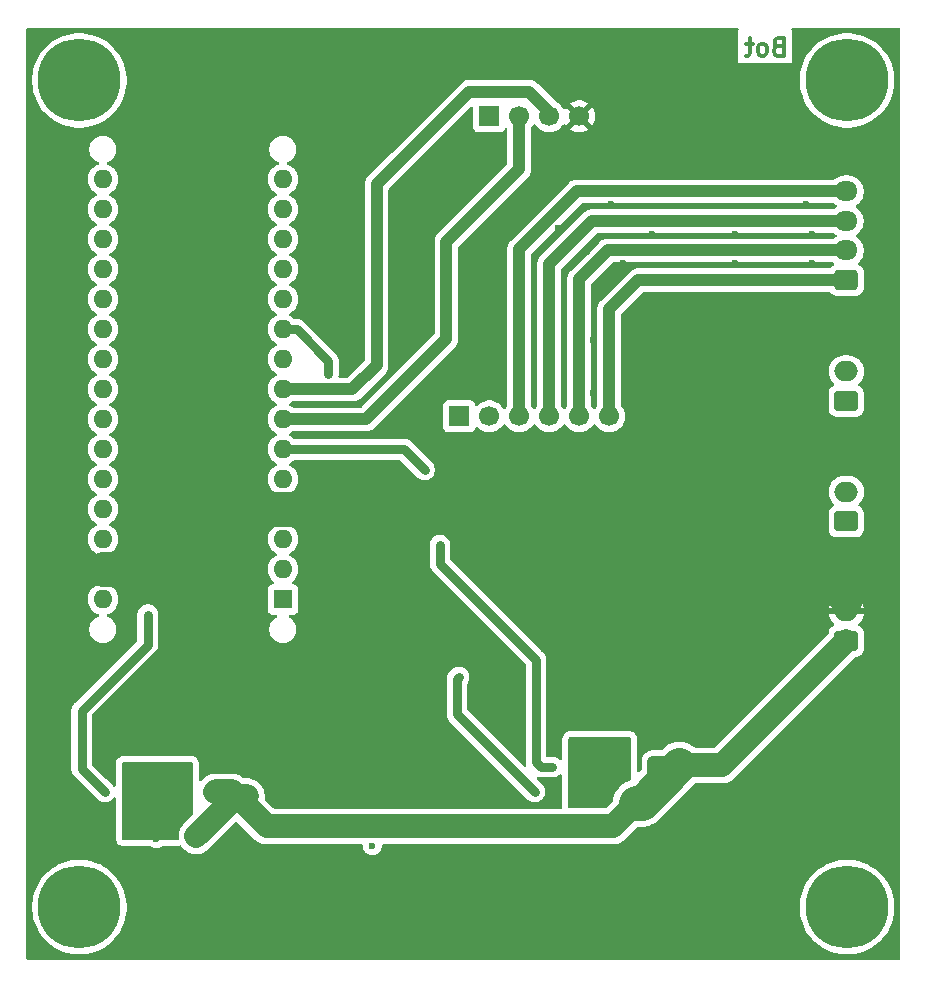
<source format=gbr>
%TF.GenerationSoftware,KiCad,Pcbnew,9.99.0-1132-g883a1f8d97*%
%TF.CreationDate,2025-07-04T12:47:25+02:00*%
%TF.ProjectId,BondheadSteering,426f6e64-6865-4616-9453-74656572696e,1*%
%TF.SameCoordinates,Original*%
%TF.FileFunction,Copper,L2,Bot*%
%TF.FilePolarity,Positive*%
%FSLAX46Y46*%
G04 Gerber Fmt 4.6, Leading zero omitted, Abs format (unit mm)*
G04 Created by KiCad (PCBNEW 9.99.0-1132-g883a1f8d97) date 2025-07-04 12:47:25*
%MOMM*%
%LPD*%
G01*
G04 APERTURE LIST*
G04 Aperture macros list*
%AMRoundRect*
0 Rectangle with rounded corners*
0 $1 Rounding radius*
0 $2 $3 $4 $5 $6 $7 $8 $9 X,Y pos of 4 corners*
0 Add a 4 corners polygon primitive as box body*
4,1,4,$2,$3,$4,$5,$6,$7,$8,$9,$2,$3,0*
0 Add four circle primitives for the rounded corners*
1,1,$1+$1,$2,$3*
1,1,$1+$1,$4,$5*
1,1,$1+$1,$6,$7*
1,1,$1+$1,$8,$9*
0 Add four rect primitives between the rounded corners*
20,1,$1+$1,$2,$3,$4,$5,0*
20,1,$1+$1,$4,$5,$6,$7,0*
20,1,$1+$1,$6,$7,$8,$9,0*
20,1,$1+$1,$8,$9,$2,$3,0*%
G04 Aperture macros list end*
%ADD10C,0.300000*%
%TA.AperFunction,NonConductor*%
%ADD11C,0.300000*%
%TD*%
%TA.AperFunction,ComponentPad*%
%ADD12R,1.700000X1.700000*%
%TD*%
%TA.AperFunction,ComponentPad*%
%ADD13C,1.700000*%
%TD*%
%TA.AperFunction,ComponentPad*%
%ADD14R,1.600000X1.600000*%
%TD*%
%TA.AperFunction,ComponentPad*%
%ADD15O,1.600000X1.600000*%
%TD*%
%TA.AperFunction,ComponentPad*%
%ADD16RoundRect,0.250000X0.750000X-0.600000X0.750000X0.600000X-0.750000X0.600000X-0.750000X-0.600000X0*%
%TD*%
%TA.AperFunction,ComponentPad*%
%ADD17O,2.000000X1.700000*%
%TD*%
%TA.AperFunction,ComponentPad*%
%ADD18C,7.000000*%
%TD*%
%TA.AperFunction,ComponentPad*%
%ADD19RoundRect,0.250000X0.725000X-0.600000X0.725000X0.600000X-0.725000X0.600000X-0.725000X-0.600000X0*%
%TD*%
%TA.AperFunction,ComponentPad*%
%ADD20O,1.950000X1.700000*%
%TD*%
%TA.AperFunction,ViaPad*%
%ADD21C,0.600000*%
%TD*%
%TA.AperFunction,Conductor*%
%ADD22C,0.750000*%
%TD*%
%TA.AperFunction,Conductor*%
%ADD23C,3.000000*%
%TD*%
%TA.AperFunction,Conductor*%
%ADD24C,1.500000*%
%TD*%
%TA.AperFunction,Conductor*%
%ADD25C,1.000000*%
%TD*%
%TA.AperFunction,Conductor*%
%ADD26C,2.000000*%
%TD*%
G04 APERTURE END LIST*
D10*
D11*
X149145489Y-48636514D02*
X148931203Y-48707942D01*
X148931203Y-48707942D02*
X148859774Y-48779371D01*
X148859774Y-48779371D02*
X148788346Y-48922228D01*
X148788346Y-48922228D02*
X148788346Y-49136514D01*
X148788346Y-49136514D02*
X148859774Y-49279371D01*
X148859774Y-49279371D02*
X148931203Y-49350800D01*
X148931203Y-49350800D02*
X149074060Y-49422228D01*
X149074060Y-49422228D02*
X149645489Y-49422228D01*
X149645489Y-49422228D02*
X149645489Y-47922228D01*
X149645489Y-47922228D02*
X149145489Y-47922228D01*
X149145489Y-47922228D02*
X149002632Y-47993657D01*
X149002632Y-47993657D02*
X148931203Y-48065085D01*
X148931203Y-48065085D02*
X148859774Y-48207942D01*
X148859774Y-48207942D02*
X148859774Y-48350800D01*
X148859774Y-48350800D02*
X148931203Y-48493657D01*
X148931203Y-48493657D02*
X149002632Y-48565085D01*
X149002632Y-48565085D02*
X149145489Y-48636514D01*
X149145489Y-48636514D02*
X149645489Y-48636514D01*
X147931203Y-49422228D02*
X148074060Y-49350800D01*
X148074060Y-49350800D02*
X148145489Y-49279371D01*
X148145489Y-49279371D02*
X148216917Y-49136514D01*
X148216917Y-49136514D02*
X148216917Y-48707942D01*
X148216917Y-48707942D02*
X148145489Y-48565085D01*
X148145489Y-48565085D02*
X148074060Y-48493657D01*
X148074060Y-48493657D02*
X147931203Y-48422228D01*
X147931203Y-48422228D02*
X147716917Y-48422228D01*
X147716917Y-48422228D02*
X147574060Y-48493657D01*
X147574060Y-48493657D02*
X147502632Y-48565085D01*
X147502632Y-48565085D02*
X147431203Y-48707942D01*
X147431203Y-48707942D02*
X147431203Y-49136514D01*
X147431203Y-49136514D02*
X147502632Y-49279371D01*
X147502632Y-49279371D02*
X147574060Y-49350800D01*
X147574060Y-49350800D02*
X147716917Y-49422228D01*
X147716917Y-49422228D02*
X147931203Y-49422228D01*
X147002631Y-48422228D02*
X146431203Y-48422228D01*
X146788346Y-47922228D02*
X146788346Y-49207942D01*
X146788346Y-49207942D02*
X146716917Y-49350800D01*
X146716917Y-49350800D02*
X146574060Y-49422228D01*
X146574060Y-49422228D02*
X146431203Y-49422228D01*
D12*
%TO.P,J2,1,Pin_1*%
%TO.N,unconnected-(J2-Pin_1-Pad1)*%
X122168824Y-79959956D03*
D13*
%TO.P,J2,2,Pin_2*%
%TO.N,unconnected-(J2-Pin_2-Pad2)*%
X124708824Y-79959956D03*
%TO.P,J2,3,Pin_3*%
%TO.N,Net-(J2-Pin_3)*%
X127248824Y-79959956D03*
%TO.P,J2,4,Pin_4*%
%TO.N,Net-(J2-Pin_4)*%
X129788824Y-79959956D03*
%TO.P,J2,5,Pin_5*%
%TO.N,Net-(J2-Pin_5)*%
X132328824Y-79959956D03*
%TO.P,J2,6,Pin_6*%
%TO.N,Net-(J2-Pin_6)*%
X134868824Y-79959956D03*
%TD*%
D14*
%TO.P,A1,1,D1/TX*%
%TO.N,unconnected-(A1-D1{slash}TX-Pad1)*%
X107240000Y-95460000D03*
D15*
%TO.P,A1,2,D0/RX*%
%TO.N,unconnected-(A1-D0{slash}RX-Pad2)*%
X107240000Y-92920000D03*
%TO.P,A1,3,~{RESET}*%
%TO.N,unconnected-(A1-~{RESET}-Pad3)*%
X107240000Y-90380000D03*
%TO.P,A1,4,GND*%
%TO.N,GNDD*%
X107240000Y-87840000D03*
%TO.P,A1,5,D2*%
%TO.N,PGood5*%
X107240000Y-85300000D03*
%TO.P,A1,6,D3*%
%TO.N,PGood12*%
X107240000Y-82760000D03*
%TO.P,A1,7,D4*%
%TO.N,Net-(A1-D4)*%
X107240000Y-80220000D03*
%TO.P,A1,8,D5*%
%TO.N,Net-(A1-D5)*%
X107240000Y-77680000D03*
%TO.P,A1,9,D6*%
%TO.N,Net-(A1-D6)*%
X107240000Y-75140000D03*
%TO.P,A1,10,D7*%
%TO.N,Net-(A1-D7)*%
X107240000Y-72600000D03*
%TO.P,A1,11,D8*%
%TO.N,unconnected-(A1-D8-Pad11)*%
X107240000Y-70060000D03*
%TO.P,A1,12,D9*%
%TO.N,unconnected-(A1-D9-Pad12)*%
X107240000Y-67520000D03*
%TO.P,A1,13,D10/CS*%
%TO.N,unconnected-(A1-D10{slash}CS-Pad13)*%
X107240000Y-64980000D03*
%TO.P,A1,14,D11/COPI*%
%TO.N,unconnected-(A1-D11{slash}COPI-Pad14)*%
X107240000Y-62440000D03*
%TO.P,A1,15,D12/CIPO*%
%TO.N,unconnected-(A1-D12{slash}CIPO-Pad15)*%
X107240000Y-59900000D03*
%TO.P,A1,16,D13/SCK*%
%TO.N,unconnected-(A1-D13{slash}SCK-Pad16)*%
X92000000Y-59900000D03*
%TO.P,A1,17,3V3*%
%TO.N,/3V3*%
X92000000Y-62440000D03*
%TO.P,A1,18,REF*%
%TO.N,unconnected-(A1-REF-Pad18)*%
X92000000Y-64980000D03*
%TO.P,A1,19,A0*%
%TO.N,/TempIn*%
X92000000Y-67520000D03*
%TO.P,A1,20,A1*%
%TO.N,unconnected-(A1-A1-Pad20)*%
X92000000Y-70060000D03*
%TO.P,A1,21,A2*%
%TO.N,unconnected-(A1-A2-Pad21)*%
X92000000Y-72600000D03*
%TO.P,A1,22,A3*%
%TO.N,unconnected-(A1-A3-Pad22)*%
X92000000Y-75140000D03*
%TO.P,A1,23,SDA/A4*%
%TO.N,unconnected-(A1-SDA{slash}A4-Pad23)*%
X92000000Y-77680000D03*
%TO.P,A1,24,SCL/A5*%
%TO.N,unconnected-(A1-SCL{slash}A5-Pad24)*%
X92000000Y-80220000D03*
%TO.P,A1,25,A6*%
%TO.N,unconnected-(A1-A6-Pad25)*%
X92000000Y-82760000D03*
%TO.P,A1,26,A7*%
%TO.N,unconnected-(A1-A7-Pad26)*%
X92000000Y-85300000D03*
%TO.P,A1,27,VUSB/5V*%
%TO.N,unconnected-(A1-VUSB{slash}5V-Pad27)*%
X92000000Y-87840000D03*
%TO.P,A1,28,REC*%
%TO.N,unconnected-(A1-REC-Pad28)*%
X92000000Y-90380000D03*
%TO.P,A1,29,GND*%
%TO.N,GNDD*%
X92000000Y-92920000D03*
%TO.P,A1,30,VIN*%
%TO.N,Net-(A1-VIN)*%
X92000000Y-95460000D03*
%TD*%
D16*
%TO.P,J1,1,Pin_1*%
%TO.N,/TempIn*%
X154940000Y-78660000D03*
D17*
%TO.P,J1,2,Pin_2*%
%TO.N,/3V3*%
X154940000Y-76160000D03*
%TD*%
D16*
%TO.P,J5,1,Pin_1*%
%TO.N,+12V*%
X154940000Y-88860000D03*
D17*
%TO.P,J5,2,Pin_2*%
%TO.N,Net-(D4-A)*%
X154940000Y-86360000D03*
%TD*%
D18*
%TO.P,H2,1*%
%TO.N,N/C*%
X155000000Y-121521400D03*
%TD*%
%TO.P,H3,1*%
%TO.N,N/C*%
X90000000Y-51521400D03*
%TD*%
D19*
%TO.P,J4,1,Pin_1*%
%TO.N,Net-(J2-Pin_6)*%
X154940000Y-68420000D03*
D20*
%TO.P,J4,2,Pin_2*%
%TO.N,Net-(J2-Pin_5)*%
X154940000Y-65920000D03*
%TO.P,J4,3,Pin_3*%
%TO.N,Net-(J2-Pin_4)*%
X154940000Y-63420000D03*
%TO.P,J4,4,Pin_4*%
%TO.N,Net-(J2-Pin_3)*%
X154940000Y-60920000D03*
%TD*%
D16*
%TO.P,J6,1,Pin_1*%
%TO.N,+24V*%
X154940000Y-98980000D03*
D17*
%TO.P,J6,2,Pin_2*%
%TO.N,GNDD*%
X154940000Y-96480000D03*
%TD*%
D18*
%TO.P,H1,1*%
%TO.N,N/C*%
X90000000Y-121521400D03*
%TD*%
%TO.P,H4,1*%
%TO.N,N/C*%
X155000000Y-51521400D03*
%TD*%
D12*
%TO.P,J3,1,Pin_1*%
%TO.N,/3V3*%
X124708824Y-54559956D03*
D13*
%TO.P,J3,2,Pin_2*%
%TO.N,Net-(A1-D4)*%
X127248824Y-54559956D03*
%TO.P,J3,3,Pin_3*%
%TO.N,Net-(A1-D5)*%
X129788824Y-54559956D03*
%TO.P,J3,4,Pin_4*%
%TO.N,GNDD*%
X132328824Y-54559956D03*
%TD*%
D21*
%TO.N,GNDD*%
X149500000Y-59521400D03*
X144500000Y-59521400D03*
X144500000Y-70021400D03*
X151500000Y-70021400D03*
X145500000Y-67021400D03*
X152000000Y-67021400D03*
X152000000Y-64521400D03*
X145500000Y-64521400D03*
X138500000Y-64521400D03*
X152000000Y-59521400D03*
X136000000Y-59521400D03*
X130000000Y-61021400D03*
X137500000Y-71021400D03*
X136000000Y-67021400D03*
X133000000Y-66021400D03*
X130500000Y-64021400D03*
X131000000Y-73521400D03*
X133500000Y-73521400D03*
X133500000Y-78021400D03*
X131000000Y-78021400D03*
X128500000Y-78021400D03*
X128500000Y-73521400D03*
X135000000Y-62021400D03*
X151500000Y-62021400D03*
X147000000Y-97521400D03*
X150000000Y-98521400D03*
X157000000Y-103521400D03*
X158000000Y-111521400D03*
X119000000Y-116521400D03*
X130000000Y-116521400D03*
X126000000Y-101521400D03*
X116000000Y-90521400D03*
X124000000Y-75521400D03*
X118000000Y-69521400D03*
X110000000Y-66521400D03*
X105000000Y-61521400D03*
X100000000Y-51521400D03*
X105000000Y-51521400D03*
X115000000Y-51521400D03*
X135000000Y-51521400D03*
X145000000Y-51521400D03*
X145000000Y-121521400D03*
X100000000Y-81521400D03*
X90000000Y-81521400D03*
X100000000Y-71521400D03*
X120000000Y-81521400D03*
X140000000Y-81521400D03*
X140000000Y-91521400D03*
X135000000Y-96521400D03*
X120000000Y-106521400D03*
X115000000Y-101521400D03*
X115000000Y-106521400D03*
%TO.N,/FB5*%
X114809300Y-116330700D03*
%TO.N,GNDD*%
X135000000Y-121521400D03*
X130000000Y-121521400D03*
X125000000Y-121521400D03*
X115000000Y-121521400D03*
%TO.N,PGood12*%
X120523000Y-90881200D03*
X119227600Y-84480400D03*
X130060700Y-109664500D03*
%TO.N,GNDD*%
X111200000Y-116921400D03*
X111000000Y-118221400D03*
X128270000Y-87840000D03*
X101900000Y-120421400D03*
X115000000Y-56521400D03*
X120200000Y-59821400D03*
X125730000Y-87840000D03*
X139600000Y-74121400D03*
X109300000Y-118921400D03*
X142900000Y-76321400D03*
X125000000Y-66521400D03*
X149600000Y-114121400D03*
X147100000Y-116021400D03*
X123000000Y-59721400D03*
X111800000Y-56521400D03*
X148400000Y-116521400D03*
X96200000Y-54521400D03*
X98200000Y-116821400D03*
X89000000Y-60321400D03*
X123800000Y-69521400D03*
X127000000Y-87630000D03*
%TO.N,PGood5*%
X92155000Y-111760000D03*
X95783400Y-96748600D03*
%TO.N,Net-(A1-D7)*%
X111074200Y-76403200D03*
%TO.N,GND2*%
X96520000Y-115721400D03*
X95400000Y-113030000D03*
X96520000Y-115021400D03*
X97725000Y-112421400D03*
X96500000Y-112421400D03*
X97100000Y-113170000D03*
X97160000Y-111671400D03*
X98800000Y-113030000D03*
%TO.N,+24V*%
X138600000Y-109220000D03*
X101500000Y-111760000D03*
X99902500Y-115521400D03*
X137160000Y-112721400D03*
X140800000Y-109521400D03*
X104206486Y-112821400D03*
%TO.N,GND1*%
X136100000Y-110490000D03*
X133900000Y-109821400D03*
X134620000Y-111821400D03*
X134400000Y-110621400D03*
X134982500Y-109821400D03*
X134400000Y-109080000D03*
X134620000Y-112721400D03*
%TO.N,Net-(U2-~{EN1})*%
X122144548Y-102026171D03*
X128549400Y-111760000D03*
%TD*%
D22*
%TO.N,PGood12*%
X107240000Y-82760000D02*
X117507200Y-82760000D01*
X128651000Y-109190800D02*
X128651000Y-100558600D01*
X117507200Y-82760000D02*
X119227600Y-84480400D01*
X128651000Y-100558600D02*
X120523000Y-92430600D01*
X120523000Y-92430600D02*
X120523000Y-90881200D01*
X129124700Y-109664500D02*
X128651000Y-109190800D01*
X130060700Y-109664500D02*
X129124700Y-109664500D01*
D23*
%TO.N,GNDD*%
X100831200Y-92920000D02*
X92000000Y-92920000D01*
D24*
X154940000Y-96480000D02*
X154940000Y-95250000D01*
D23*
X147530000Y-87840000D02*
X128270000Y-87840000D01*
X107240000Y-87840000D02*
X105911200Y-87840000D01*
X105911200Y-87840000D02*
X100831200Y-92920000D01*
X125730000Y-87840000D02*
X107240000Y-87840000D01*
X154940000Y-95250000D02*
X147530000Y-87840000D01*
X128270000Y-87840000D02*
X125730000Y-87840000D01*
D25*
%TO.N,Net-(A1-D5)*%
X115163600Y-75641200D02*
X113124800Y-77680000D01*
X123012200Y-52476400D02*
X115163600Y-60325000D01*
X129788824Y-54173024D02*
X128092200Y-52476400D01*
X128092200Y-52476400D02*
X123012200Y-52476400D01*
X113124800Y-77680000D02*
X107240000Y-77680000D01*
X129788824Y-54559956D02*
X129788824Y-54173024D01*
X115163600Y-60325000D02*
X115163600Y-75641200D01*
D22*
%TO.N,PGood5*%
X91748600Y-111353600D02*
X92155000Y-111760000D01*
X91744800Y-111353600D02*
X91748600Y-111353600D01*
X90195400Y-109804200D02*
X91744800Y-111353600D01*
X95783400Y-96748600D02*
X95783400Y-99288600D01*
X90195400Y-104876600D02*
X90195400Y-109804200D01*
X95783400Y-99288600D02*
X90195400Y-104876600D01*
D25*
%TO.N,Net-(A1-D4)*%
X121081800Y-65201800D02*
X121081800Y-73406000D01*
X114267800Y-80220000D02*
X107240000Y-80220000D01*
X127248824Y-59034776D02*
X121081800Y-65201800D01*
X127248824Y-54559956D02*
X127248824Y-59034776D01*
X121081800Y-73406000D02*
X114267800Y-80220000D01*
D22*
%TO.N,Net-(A1-D7)*%
X111074200Y-76403200D02*
X111074200Y-75285600D01*
X111074200Y-75285600D02*
X108388600Y-72600000D01*
X108388600Y-72600000D02*
X107240000Y-72600000D01*
D25*
%TO.N,Net-(J2-Pin_3)*%
X127248824Y-65791176D02*
X127248824Y-79959956D01*
X132120000Y-60920000D02*
X127248824Y-65791176D01*
X154940000Y-60920000D02*
X132120000Y-60920000D01*
%TO.N,Net-(J2-Pin_4)*%
X154940000Y-63420000D02*
X133430000Y-63420000D01*
X129788824Y-67061176D02*
X129788824Y-79959956D01*
X133430000Y-63420000D02*
X129788824Y-67061176D01*
%TO.N,Net-(J2-Pin_5)*%
X134740000Y-65920000D02*
X154940000Y-65920000D01*
X132328824Y-79959956D02*
X132328824Y-68331176D01*
X132328824Y-68331176D02*
X134740000Y-65920000D01*
%TO.N,Net-(J2-Pin_6)*%
X137320000Y-68420000D02*
X134868824Y-70871176D01*
X154940000Y-68420000D02*
X137320000Y-68420000D01*
X134868824Y-70871176D02*
X134868824Y-79959956D01*
%TO.N,+24V*%
X140498600Y-109220000D02*
X140800000Y-109521400D01*
D26*
X140800000Y-109521400D02*
X144398600Y-109521400D01*
X104206486Y-112114914D02*
X103308986Y-112114914D01*
D25*
X138600000Y-111281400D02*
X137160000Y-112721400D01*
D26*
X102915472Y-111721400D02*
X103308986Y-112114914D01*
X103308986Y-112114914D02*
X99902500Y-115521400D01*
X135210400Y-114671000D02*
X105849600Y-114671000D01*
D25*
X138600000Y-109220000D02*
X138600000Y-111281400D01*
X138600000Y-109220000D02*
X140498600Y-109220000D01*
D26*
X105849600Y-114671000D02*
X102900000Y-111721400D01*
X144398600Y-109521400D02*
X154940000Y-98980000D01*
X102900000Y-111721400D02*
X102915472Y-111721400D01*
X137160000Y-112721400D02*
X135210400Y-114671000D01*
X102900000Y-111721400D02*
X101538600Y-111721400D01*
X101538600Y-111721400D02*
X101500000Y-111760000D01*
D23*
X137600000Y-112721400D02*
X140800000Y-109521400D01*
X137160000Y-112721400D02*
X137600000Y-112721400D01*
D22*
%TO.N,Net-(U2-~{EN1})*%
X122144548Y-102026171D02*
X121970800Y-102199919D01*
X121970800Y-105181400D02*
X128549400Y-111760000D01*
X121970800Y-102199919D02*
X121970800Y-105181400D01*
%TD*%
%TA.AperFunction,Conductor*%
%TO.N,GNDD*%
G36*
X123277658Y-53728375D02*
G01*
X123333591Y-53770247D01*
X123358008Y-53835711D01*
X123358324Y-53844557D01*
X123358324Y-55457826D01*
X123358325Y-55457832D01*
X123364732Y-55517439D01*
X123415026Y-55652284D01*
X123415030Y-55652291D01*
X123501276Y-55767500D01*
X123501279Y-55767503D01*
X123616488Y-55853749D01*
X123616495Y-55853753D01*
X123751341Y-55904047D01*
X123751340Y-55904047D01*
X123758268Y-55904791D01*
X123810951Y-55910456D01*
X125606696Y-55910455D01*
X125666307Y-55904047D01*
X125801155Y-55853752D01*
X125916370Y-55767502D01*
X126002620Y-55652287D01*
X126008142Y-55637481D01*
X126050012Y-55581549D01*
X126115476Y-55557131D01*
X126183749Y-55571982D01*
X126233155Y-55621386D01*
X126248324Y-55680815D01*
X126248324Y-58568993D01*
X126228639Y-58636032D01*
X126212005Y-58656674D01*
X123275898Y-61592781D01*
X120444021Y-64424658D01*
X120444018Y-64424661D01*
X120387903Y-64480776D01*
X120304659Y-64564019D01*
X120195171Y-64727879D01*
X120195164Y-64727892D01*
X120119750Y-64909960D01*
X120119747Y-64909970D01*
X120081300Y-65103256D01*
X120081300Y-72940218D01*
X120061615Y-73007257D01*
X120044981Y-73027899D01*
X113889699Y-79183181D01*
X113828376Y-79216666D01*
X113802018Y-79219500D01*
X108115762Y-79219500D01*
X108048723Y-79199815D01*
X108042877Y-79195818D01*
X107921613Y-79107715D01*
X107921612Y-79107714D01*
X107921610Y-79107713D01*
X107828917Y-79060483D01*
X107778123Y-79012511D01*
X107761328Y-78944690D01*
X107783865Y-78878555D01*
X107828917Y-78839516D01*
X107921610Y-78792287D01*
X108042877Y-78704181D01*
X108108683Y-78680702D01*
X108115762Y-78680500D01*
X113223342Y-78680500D01*
X113242498Y-78676689D01*
X113319988Y-78661275D01*
X113416636Y-78642051D01*
X113495324Y-78609457D01*
X113598714Y-78566632D01*
X113762582Y-78457139D01*
X113901939Y-78317782D01*
X113901939Y-78317780D01*
X113912147Y-78307573D01*
X113912148Y-78307570D01*
X115940740Y-76278981D01*
X116050232Y-76115114D01*
X116125652Y-75933035D01*
X116164101Y-75739740D01*
X116164101Y-75542659D01*
X116164101Y-75537549D01*
X116164100Y-75537523D01*
X116164100Y-60790782D01*
X116183785Y-60723743D01*
X116200419Y-60703101D01*
X119633279Y-57270241D01*
X123146645Y-53756874D01*
X123207966Y-53723391D01*
X123277658Y-53728375D01*
G37*
%TD.AperFunction*%
%TA.AperFunction,Conductor*%
G36*
X153921839Y-61940185D02*
G01*
X153934365Y-61949493D01*
X154099793Y-62069682D01*
X154116907Y-62091876D01*
X154136477Y-62111943D01*
X154137954Y-62119169D01*
X154142459Y-62125011D01*
X154144857Y-62152938D01*
X154150471Y-62180397D01*
X154147806Y-62187275D01*
X154148438Y-62194625D01*
X154135357Y-62219415D01*
X154125235Y-62245550D01*
X154117695Y-62252889D01*
X154115833Y-62256420D01*
X154099967Y-62270192D01*
X154099808Y-62270307D01*
X153935208Y-62389896D01*
X153933593Y-62391510D01*
X153927859Y-62395692D01*
X153899280Y-62405944D01*
X153871581Y-62418359D01*
X153863060Y-62418938D01*
X153862094Y-62419285D01*
X153861153Y-62419068D01*
X153854800Y-62419500D01*
X133331456Y-62419500D01*
X133138171Y-62457947D01*
X133138163Y-62457949D01*
X133083069Y-62480770D01*
X133080129Y-62481988D01*
X132956086Y-62533368D01*
X132922929Y-62555523D01*
X132915445Y-62560523D01*
X132915440Y-62560526D01*
X132792222Y-62642857D01*
X132792214Y-62642863D01*
X130033494Y-65401585D01*
X129151044Y-66284035D01*
X129151042Y-66284037D01*
X129113633Y-66321446D01*
X129011683Y-66423395D01*
X128902195Y-66587256D01*
X128902188Y-66587269D01*
X128856680Y-66697139D01*
X128833449Y-66753224D01*
X128833448Y-66753228D01*
X128826772Y-66769343D01*
X128826771Y-66769347D01*
X128788324Y-66962630D01*
X128788324Y-78999756D01*
X128768639Y-79066795D01*
X128759330Y-79079321D01*
X128633773Y-79252138D01*
X128629308Y-79260902D01*
X128581333Y-79311698D01*
X128513512Y-79328492D01*
X128447377Y-79305954D01*
X128408340Y-79260902D01*
X128403874Y-79252138D01*
X128276065Y-79076222D01*
X128276932Y-79075591D01*
X128250465Y-79016537D01*
X128249324Y-78999756D01*
X128249324Y-66256958D01*
X128269009Y-66189919D01*
X128285643Y-66169277D01*
X132498101Y-61956819D01*
X132559424Y-61923334D01*
X132585782Y-61920500D01*
X153854800Y-61920500D01*
X153921839Y-61940185D01*
G37*
%TD.AperFunction*%
%TA.AperFunction,Conductor*%
G36*
X153921839Y-64440185D02*
G01*
X153934365Y-64449493D01*
X154099793Y-64569682D01*
X154116907Y-64591876D01*
X154136477Y-64611943D01*
X154137954Y-64619169D01*
X154142459Y-64625011D01*
X154144857Y-64652938D01*
X154150471Y-64680397D01*
X154147806Y-64687275D01*
X154148438Y-64694625D01*
X154135357Y-64719415D01*
X154125235Y-64745550D01*
X154117695Y-64752889D01*
X154115833Y-64756420D01*
X154099967Y-64770192D01*
X154099808Y-64770307D01*
X153935208Y-64889896D01*
X153933593Y-64891510D01*
X153927859Y-64895692D01*
X153899280Y-64905944D01*
X153871581Y-64918359D01*
X153863060Y-64918938D01*
X153862094Y-64919285D01*
X153861153Y-64919068D01*
X153854800Y-64919500D01*
X134641455Y-64919500D01*
X134544812Y-64938724D01*
X134448167Y-64957947D01*
X134448161Y-64957949D01*
X134394834Y-64980037D01*
X134394834Y-64980038D01*
X134349315Y-64998892D01*
X134266089Y-65033366D01*
X134266079Y-65033371D01*
X134102219Y-65142859D01*
X134032900Y-65212179D01*
X133962861Y-65282218D01*
X133962858Y-65282221D01*
X131691045Y-67554034D01*
X131691042Y-67554037D01*
X131622728Y-67622351D01*
X131551683Y-67693395D01*
X131442195Y-67857256D01*
X131442188Y-67857269D01*
X131400496Y-67957926D01*
X131373449Y-68023224D01*
X131373448Y-68023228D01*
X131366772Y-68039343D01*
X131366771Y-68039347D01*
X131328324Y-68232630D01*
X131328324Y-78999756D01*
X131308639Y-79066795D01*
X131299330Y-79079321D01*
X131173773Y-79252138D01*
X131169308Y-79260902D01*
X131121333Y-79311698D01*
X131053512Y-79328492D01*
X130987377Y-79305954D01*
X130948340Y-79260902D01*
X130943874Y-79252138D01*
X130816065Y-79076222D01*
X130816932Y-79075591D01*
X130790465Y-79016537D01*
X130789324Y-78999756D01*
X130789324Y-67526958D01*
X130809009Y-67459919D01*
X130825643Y-67439277D01*
X133808102Y-64456819D01*
X133869425Y-64423334D01*
X133895783Y-64420500D01*
X153854800Y-64420500D01*
X153921839Y-64440185D01*
G37*
%TD.AperFunction*%
%TA.AperFunction,Conductor*%
G36*
X153807633Y-66920836D02*
G01*
X153808785Y-66920521D01*
X153841077Y-66930656D01*
X153873528Y-66940185D01*
X153874309Y-66941086D01*
X153875448Y-66941444D01*
X153897139Y-66967434D01*
X153919283Y-66992989D01*
X153919452Y-66994169D01*
X153920218Y-66995086D01*
X153924413Y-67028667D01*
X153929227Y-67062147D01*
X153928731Y-67063232D01*
X153928879Y-67064417D01*
X153914262Y-67094915D01*
X153900202Y-67125703D01*
X153899028Y-67126700D01*
X153898682Y-67127424D01*
X153871587Y-67150037D01*
X153790745Y-67199901D01*
X153746342Y-67227289D01*
X153622287Y-67351344D01*
X153616580Y-67360598D01*
X153564632Y-67407322D01*
X153511042Y-67419500D01*
X137221456Y-67419500D01*
X137028171Y-67457947D01*
X137028163Y-67457949D01*
X136970129Y-67481988D01*
X136970128Y-67481988D01*
X136846092Y-67533364D01*
X136846079Y-67533371D01*
X136712912Y-67622352D01*
X136712911Y-67622353D01*
X136682215Y-67642862D01*
X136682214Y-67642863D01*
X134836424Y-69488655D01*
X134231044Y-70094035D01*
X134231042Y-70094037D01*
X134162728Y-70162351D01*
X134091683Y-70233395D01*
X133982195Y-70397255D01*
X133982190Y-70397265D01*
X133928862Y-70526007D01*
X133928863Y-70526008D01*
X133915110Y-70559214D01*
X133915108Y-70559218D01*
X133906774Y-70579337D01*
X133906771Y-70579345D01*
X133868324Y-70772632D01*
X133868324Y-78999756D01*
X133848639Y-79066795D01*
X133839330Y-79079321D01*
X133713773Y-79252138D01*
X133709308Y-79260902D01*
X133661333Y-79311698D01*
X133593512Y-79328492D01*
X133527377Y-79305954D01*
X133488340Y-79260902D01*
X133483874Y-79252138D01*
X133356065Y-79076222D01*
X133356932Y-79075591D01*
X133330465Y-79016537D01*
X133329324Y-78999756D01*
X133329324Y-68796958D01*
X133349009Y-68729919D01*
X133365643Y-68709277D01*
X135118101Y-66956819D01*
X135179424Y-66923334D01*
X135205782Y-66920500D01*
X153806489Y-66920500D01*
X153807633Y-66920836D01*
G37*
%TD.AperFunction*%
%TA.AperFunction,Conductor*%
G36*
X145761483Y-47066585D02*
G01*
X145807238Y-47119389D01*
X145817182Y-47188547D01*
X145788157Y-47252103D01*
X145782125Y-47258581D01*
X145775703Y-47265003D01*
X145775703Y-50079453D01*
X150300989Y-50079453D01*
X150300989Y-47265003D01*
X150294567Y-47258581D01*
X150261082Y-47197258D01*
X150266066Y-47127566D01*
X150307938Y-47071633D01*
X150373402Y-47047216D01*
X150382248Y-47046900D01*
X159350500Y-47046900D01*
X159417539Y-47066585D01*
X159463294Y-47119389D01*
X159474500Y-47170900D01*
X159474500Y-125871900D01*
X159454815Y-125938939D01*
X159402011Y-125984694D01*
X159350500Y-125995900D01*
X85649500Y-125995900D01*
X85582461Y-125976215D01*
X85536706Y-125923411D01*
X85525500Y-125871900D01*
X85525500Y-121324871D01*
X85999500Y-121324871D01*
X85999500Y-121717928D01*
X86038026Y-122109102D01*
X86114704Y-122494594D01*
X86114707Y-122494605D01*
X86228810Y-122870754D01*
X86379230Y-123233899D01*
X86379232Y-123233904D01*
X86564511Y-123580537D01*
X86564522Y-123580555D01*
X86782887Y-123907360D01*
X86782897Y-123907374D01*
X87032254Y-124211217D01*
X87310182Y-124489145D01*
X87310187Y-124489149D01*
X87310188Y-124489150D01*
X87614031Y-124738507D01*
X87940851Y-124956882D01*
X87940860Y-124956887D01*
X87940862Y-124956888D01*
X88287495Y-125142167D01*
X88287497Y-125142167D01*
X88287503Y-125142171D01*
X88650647Y-125292590D01*
X89026785Y-125406690D01*
X89026791Y-125406691D01*
X89026794Y-125406692D01*
X89026805Y-125406695D01*
X89412297Y-125483373D01*
X89803468Y-125521900D01*
X89803471Y-125521900D01*
X90196529Y-125521900D01*
X90196532Y-125521900D01*
X90587703Y-125483373D01*
X90662748Y-125468445D01*
X90973194Y-125406695D01*
X90973205Y-125406692D01*
X90973205Y-125406691D01*
X90973215Y-125406690D01*
X91349353Y-125292590D01*
X91712497Y-125142171D01*
X92059149Y-124956882D01*
X92385969Y-124738507D01*
X92689812Y-124489150D01*
X92967750Y-124211212D01*
X93217107Y-123907369D01*
X93435482Y-123580549D01*
X93620771Y-123233897D01*
X93771190Y-122870753D01*
X93885290Y-122494615D01*
X93885292Y-122494605D01*
X93885295Y-122494594D01*
X93961973Y-122109102D01*
X94000500Y-121717928D01*
X94000500Y-121324871D01*
X150999500Y-121324871D01*
X150999500Y-121717928D01*
X151038026Y-122109102D01*
X151114704Y-122494594D01*
X151114707Y-122494605D01*
X151228810Y-122870754D01*
X151379230Y-123233899D01*
X151379232Y-123233904D01*
X151564511Y-123580537D01*
X151564522Y-123580555D01*
X151782887Y-123907360D01*
X151782897Y-123907374D01*
X152032254Y-124211217D01*
X152310182Y-124489145D01*
X152310187Y-124489149D01*
X152310188Y-124489150D01*
X152614031Y-124738507D01*
X152940851Y-124956882D01*
X152940860Y-124956887D01*
X152940862Y-124956888D01*
X153287495Y-125142167D01*
X153287497Y-125142167D01*
X153287503Y-125142171D01*
X153650647Y-125292590D01*
X154026785Y-125406690D01*
X154026791Y-125406691D01*
X154026794Y-125406692D01*
X154026805Y-125406695D01*
X154412297Y-125483373D01*
X154803468Y-125521900D01*
X154803471Y-125521900D01*
X155196529Y-125521900D01*
X155196532Y-125521900D01*
X155587703Y-125483373D01*
X155662748Y-125468445D01*
X155973194Y-125406695D01*
X155973205Y-125406692D01*
X155973205Y-125406691D01*
X155973215Y-125406690D01*
X156349353Y-125292590D01*
X156712497Y-125142171D01*
X157059149Y-124956882D01*
X157385969Y-124738507D01*
X157689812Y-124489150D01*
X157967750Y-124211212D01*
X158217107Y-123907369D01*
X158435482Y-123580549D01*
X158620771Y-123233897D01*
X158771190Y-122870753D01*
X158885290Y-122494615D01*
X158885292Y-122494605D01*
X158885295Y-122494594D01*
X158961973Y-122109102D01*
X159000500Y-121717928D01*
X159000500Y-121324871D01*
X158961973Y-120933697D01*
X158885295Y-120548205D01*
X158885292Y-120548194D01*
X158885291Y-120548191D01*
X158885290Y-120548185D01*
X158771190Y-120172047D01*
X158620771Y-119808903D01*
X158435482Y-119462251D01*
X158217107Y-119135431D01*
X157967750Y-118831588D01*
X157967749Y-118831587D01*
X157967745Y-118831582D01*
X157689817Y-118553654D01*
X157385974Y-118304297D01*
X157385973Y-118304296D01*
X157385969Y-118304293D01*
X157059149Y-118085918D01*
X157059144Y-118085915D01*
X157059137Y-118085911D01*
X156712504Y-117900632D01*
X156712499Y-117900630D01*
X156349354Y-117750210D01*
X155973205Y-117636107D01*
X155973194Y-117636104D01*
X155587702Y-117559426D01*
X155293089Y-117530410D01*
X155196532Y-117520900D01*
X154803468Y-117520900D01*
X154714251Y-117529687D01*
X154412297Y-117559426D01*
X154026805Y-117636104D01*
X154026794Y-117636107D01*
X153650645Y-117750210D01*
X153287500Y-117900630D01*
X153287495Y-117900632D01*
X152940862Y-118085911D01*
X152940844Y-118085922D01*
X152614039Y-118304287D01*
X152614025Y-118304297D01*
X152310182Y-118553654D01*
X152032254Y-118831582D01*
X151782897Y-119135425D01*
X151782887Y-119135439D01*
X151564522Y-119462244D01*
X151564511Y-119462262D01*
X151379232Y-119808895D01*
X151379230Y-119808900D01*
X151228810Y-120172045D01*
X151114707Y-120548194D01*
X151114704Y-120548205D01*
X151038026Y-120933697D01*
X150999500Y-121324871D01*
X94000500Y-121324871D01*
X93961973Y-120933697D01*
X93885295Y-120548205D01*
X93885292Y-120548194D01*
X93885291Y-120548191D01*
X93885290Y-120548185D01*
X93771190Y-120172047D01*
X93620771Y-119808903D01*
X93435482Y-119462251D01*
X93217107Y-119135431D01*
X92967750Y-118831588D01*
X92967749Y-118831587D01*
X92967745Y-118831582D01*
X92689817Y-118553654D01*
X92385974Y-118304297D01*
X92385973Y-118304296D01*
X92385969Y-118304293D01*
X92059149Y-118085918D01*
X92059144Y-118085915D01*
X92059137Y-118085911D01*
X91712504Y-117900632D01*
X91712499Y-117900630D01*
X91349354Y-117750210D01*
X90973205Y-117636107D01*
X90973194Y-117636104D01*
X90587702Y-117559426D01*
X90293089Y-117530410D01*
X90196532Y-117520900D01*
X89803468Y-117520900D01*
X89714251Y-117529687D01*
X89412297Y-117559426D01*
X89026805Y-117636104D01*
X89026794Y-117636107D01*
X88650645Y-117750210D01*
X88287500Y-117900630D01*
X88287495Y-117900632D01*
X87940862Y-118085911D01*
X87940844Y-118085922D01*
X87614039Y-118304287D01*
X87614025Y-118304297D01*
X87310182Y-118553654D01*
X87032254Y-118831582D01*
X86782897Y-119135425D01*
X86782887Y-119135439D01*
X86564522Y-119462244D01*
X86564511Y-119462262D01*
X86379232Y-119808895D01*
X86379230Y-119808900D01*
X86228810Y-120172045D01*
X86114707Y-120548194D01*
X86114704Y-120548205D01*
X86038026Y-120933697D01*
X85999500Y-121324871D01*
X85525500Y-121324871D01*
X85525500Y-104790366D01*
X89319900Y-104790366D01*
X89319900Y-109890433D01*
X89353543Y-110059566D01*
X89353546Y-110059578D01*
X89419538Y-110218898D01*
X89419545Y-110218911D01*
X89515354Y-110362298D01*
X89515357Y-110362302D01*
X91186699Y-112033643D01*
X91186702Y-112033646D01*
X91188000Y-112034513D01*
X91206790Y-112049934D01*
X91596897Y-112440042D01*
X91596901Y-112440045D01*
X91740288Y-112535854D01*
X91740301Y-112535861D01*
X91899621Y-112601853D01*
X91899626Y-112601855D01*
X92068766Y-112635499D01*
X92068769Y-112635500D01*
X92068771Y-112635500D01*
X92241231Y-112635500D01*
X92241232Y-112635499D01*
X92410373Y-112601855D01*
X92569704Y-112535858D01*
X92569706Y-112535857D01*
X92640920Y-112488272D01*
X92713099Y-112440045D01*
X92835045Y-112318099D01*
X92867397Y-112269679D01*
X92921009Y-112224875D01*
X92990334Y-112216167D01*
X93053362Y-112246321D01*
X93090082Y-112305764D01*
X93094500Y-112338570D01*
X93094500Y-115697400D01*
X93094501Y-115697409D01*
X93106052Y-115804850D01*
X93106054Y-115804862D01*
X93117260Y-115856372D01*
X93151383Y-115958897D01*
X93151386Y-115958903D01*
X93229171Y-116079937D01*
X93229179Y-116079948D01*
X93274923Y-116132740D01*
X93274926Y-116132743D01*
X93274930Y-116132747D01*
X93383664Y-116226967D01*
X93383667Y-116226968D01*
X93383668Y-116226969D01*
X93508823Y-116284127D01*
X93514541Y-116286738D01*
X93581580Y-116306423D01*
X93581584Y-116306424D01*
X93724000Y-116326900D01*
X95947717Y-116326900D01*
X96014756Y-116346585D01*
X96016608Y-116347798D01*
X96140814Y-116430790D01*
X96140827Y-116430797D01*
X96286498Y-116491135D01*
X96286503Y-116491137D01*
X96441153Y-116521899D01*
X96441156Y-116521900D01*
X96441158Y-116521900D01*
X96598844Y-116521900D01*
X96598845Y-116521899D01*
X96753497Y-116491137D01*
X96899179Y-116430794D01*
X96930985Y-116409542D01*
X97023392Y-116347798D01*
X97090070Y-116326920D01*
X97092283Y-116326900D01*
X98285643Y-116326900D01*
X98286169Y-116326897D01*
X98289334Y-116326886D01*
X98291106Y-116326873D01*
X98294619Y-116326835D01*
X98436727Y-116304327D01*
X98498827Y-116285124D01*
X98568687Y-116284127D01*
X98627999Y-116321057D01*
X98635772Y-116330703D01*
X98757983Y-116498910D01*
X98924990Y-116665917D01*
X99116066Y-116804743D01*
X99187201Y-116840988D01*
X99326503Y-116911966D01*
X99326505Y-116911966D01*
X99326508Y-116911968D01*
X99446912Y-116951089D01*
X99551131Y-116984953D01*
X99784403Y-117021900D01*
X99784408Y-117021900D01*
X100020597Y-117021900D01*
X100253868Y-116984953D01*
X100478492Y-116911968D01*
X100688934Y-116804743D01*
X100880010Y-116665917D01*
X103213569Y-114332358D01*
X103274892Y-114298873D01*
X103344584Y-114303857D01*
X103388931Y-114332358D01*
X104872090Y-115815517D01*
X104928315Y-115856367D01*
X105063167Y-115954344D01*
X105136945Y-115991935D01*
X105210724Y-116029527D01*
X105273603Y-116061566D01*
X105273605Y-116061566D01*
X105273608Y-116061568D01*
X105330176Y-116079948D01*
X105498231Y-116134553D01*
X105731503Y-116171500D01*
X105731508Y-116171500D01*
X113884800Y-116171500D01*
X113951839Y-116191185D01*
X113997594Y-116243989D01*
X114008800Y-116295500D01*
X114008800Y-116409546D01*
X114039561Y-116564189D01*
X114039564Y-116564201D01*
X114099902Y-116709872D01*
X114099909Y-116709885D01*
X114187510Y-116840988D01*
X114187513Y-116840992D01*
X114299007Y-116952486D01*
X114299011Y-116952489D01*
X114430114Y-117040090D01*
X114430127Y-117040097D01*
X114575798Y-117100435D01*
X114575803Y-117100437D01*
X114730453Y-117131199D01*
X114730456Y-117131200D01*
X114730458Y-117131200D01*
X114888144Y-117131200D01*
X114888145Y-117131199D01*
X115042797Y-117100437D01*
X115188479Y-117040094D01*
X115319589Y-116952489D01*
X115431089Y-116840989D01*
X115518694Y-116709879D01*
X115579037Y-116564197D01*
X115609800Y-116409542D01*
X115609800Y-116295500D01*
X115629485Y-116228461D01*
X115682289Y-116182706D01*
X115733800Y-116171500D01*
X135328497Y-116171500D01*
X135561768Y-116134553D01*
X135567348Y-116132740D01*
X135786392Y-116061568D01*
X135996834Y-115954343D01*
X136187910Y-115815517D01*
X137245209Y-114758219D01*
X137306532Y-114724734D01*
X137332890Y-114721900D01*
X137731113Y-114721900D01*
X137731120Y-114721900D01*
X137861118Y-114704785D01*
X137991116Y-114687671D01*
X138244419Y-114619798D01*
X138486697Y-114519443D01*
X138492446Y-114516124D01*
X138713803Y-114388324D01*
X138813262Y-114312006D01*
X138921851Y-114228683D01*
X140413024Y-112737510D01*
X142092316Y-111058219D01*
X142153639Y-111024734D01*
X142179997Y-111021900D01*
X144516697Y-111021900D01*
X144749968Y-110984953D01*
X144794760Y-110970399D01*
X144974592Y-110911968D01*
X145185034Y-110804743D01*
X145376110Y-110665917D01*
X155677094Y-100364931D01*
X155738415Y-100331448D01*
X155752164Y-100329257D01*
X155842797Y-100319999D01*
X156009334Y-100264814D01*
X156158656Y-100172712D01*
X156282712Y-100048656D01*
X156374814Y-99899334D01*
X156429999Y-99732797D01*
X156440500Y-99630009D01*
X156440500Y-99033227D01*
X156440500Y-98861908D01*
X156440500Y-98854313D01*
X156440499Y-98854295D01*
X156440499Y-98329998D01*
X156440498Y-98329981D01*
X156429999Y-98227203D01*
X156429998Y-98227200D01*
X156384454Y-98089758D01*
X156374814Y-98060666D01*
X156282712Y-97911344D01*
X156158656Y-97787288D01*
X156009334Y-97695186D01*
X156009332Y-97695185D01*
X156003440Y-97691551D01*
X155956716Y-97639603D01*
X155945493Y-97570641D01*
X155973337Y-97506558D01*
X155980856Y-97498330D01*
X156119728Y-97359458D01*
X156244620Y-97187557D01*
X156341095Y-96998217D01*
X156406757Y-96796129D01*
X156406757Y-96796126D01*
X156417231Y-96730000D01*
X155373012Y-96730000D01*
X155405925Y-96672993D01*
X155440000Y-96545826D01*
X155440000Y-96414174D01*
X155405925Y-96287007D01*
X155373012Y-96230000D01*
X156417231Y-96230000D01*
X156406757Y-96163873D01*
X156406757Y-96163870D01*
X156341095Y-95961782D01*
X156244620Y-95772442D01*
X156119727Y-95600540D01*
X156119723Y-95600535D01*
X155969464Y-95450276D01*
X155969459Y-95450272D01*
X155797557Y-95325379D01*
X155608217Y-95228904D01*
X155406129Y-95163242D01*
X155196246Y-95130000D01*
X155190000Y-95130000D01*
X155190000Y-96046988D01*
X155132993Y-96014075D01*
X155005826Y-95980000D01*
X154874174Y-95980000D01*
X154747007Y-96014075D01*
X154690000Y-96046988D01*
X154690000Y-95130000D01*
X154683754Y-95130000D01*
X154473872Y-95163242D01*
X154473869Y-95163242D01*
X154271782Y-95228904D01*
X154082442Y-95325379D01*
X153910540Y-95450272D01*
X153910535Y-95450276D01*
X153760276Y-95600535D01*
X153760272Y-95600540D01*
X153635379Y-95772442D01*
X153538904Y-95961782D01*
X153473242Y-96163870D01*
X153473242Y-96163873D01*
X153462769Y-96230000D01*
X154506988Y-96230000D01*
X154474075Y-96287007D01*
X154440000Y-96414174D01*
X154440000Y-96545826D01*
X154474075Y-96672993D01*
X154506988Y-96730000D01*
X153462769Y-96730000D01*
X153473242Y-96796126D01*
X153473242Y-96796129D01*
X153538904Y-96998217D01*
X153635379Y-97187557D01*
X153760272Y-97359459D01*
X153760276Y-97359464D01*
X153899143Y-97498331D01*
X153932628Y-97559654D01*
X153927644Y-97629346D01*
X153885772Y-97685279D01*
X153876559Y-97691551D01*
X153721342Y-97787289D01*
X153597289Y-97911342D01*
X153505187Y-98060663D01*
X153505185Y-98060668D01*
X153450001Y-98227204D01*
X153450000Y-98227205D01*
X153440742Y-98317828D01*
X153414345Y-98382520D01*
X153405065Y-98392906D01*
X143813392Y-107984581D01*
X143752069Y-108018066D01*
X143725711Y-108020900D01*
X142172783Y-108020900D01*
X142105744Y-108001215D01*
X142097297Y-107995276D01*
X141913811Y-107854483D01*
X141913803Y-107854478D01*
X141913802Y-107854477D01*
X141686697Y-107723357D01*
X141686688Y-107723352D01*
X141444419Y-107623002D01*
X141191111Y-107555128D01*
X140931120Y-107520901D01*
X140931119Y-107520901D01*
X140668880Y-107520901D01*
X140668879Y-107520901D01*
X140408887Y-107555128D01*
X140155580Y-107623002D01*
X139913306Y-107723355D01*
X139913302Y-107723357D01*
X139686198Y-107854477D01*
X139686196Y-107854478D01*
X139478145Y-108014119D01*
X139478140Y-108014123D01*
X139309084Y-108183181D01*
X139247761Y-108216666D01*
X139221403Y-108219500D01*
X138501457Y-108219500D01*
X138308170Y-108257947D01*
X138308160Y-108257950D01*
X138126092Y-108333364D01*
X138126079Y-108333371D01*
X137962218Y-108442860D01*
X137962214Y-108442863D01*
X137822863Y-108582214D01*
X137822860Y-108582218D01*
X137713371Y-108746079D01*
X137713364Y-108746092D01*
X137637950Y-108928160D01*
X137637947Y-108928170D01*
X137599500Y-109121456D01*
X137599500Y-109841403D01*
X137590855Y-109870843D01*
X137584332Y-109900830D01*
X137580577Y-109905845D01*
X137579815Y-109908442D01*
X137563181Y-109929084D01*
X137417181Y-110075084D01*
X137355858Y-110108569D01*
X137286166Y-110103585D01*
X137230233Y-110061713D01*
X137205816Y-109996249D01*
X137205500Y-109987403D01*
X137205500Y-107245410D01*
X137205500Y-107245400D01*
X137193947Y-107137944D01*
X137182741Y-107086433D01*
X137182637Y-107086122D01*
X137148616Y-106983902D01*
X137148613Y-106983896D01*
X137070828Y-106862862D01*
X137070825Y-106862857D01*
X137070820Y-106862851D01*
X137025076Y-106810059D01*
X137025072Y-106810056D01*
X137025070Y-106810053D01*
X136916336Y-106715833D01*
X136916333Y-106715831D01*
X136916331Y-106715830D01*
X136785465Y-106656064D01*
X136785460Y-106656062D01*
X136785459Y-106656062D01*
X136718420Y-106636377D01*
X136718422Y-106636377D01*
X136718417Y-106636376D01*
X136656347Y-106627452D01*
X136576000Y-106615900D01*
X131524000Y-106615900D01*
X131523991Y-106615900D01*
X131523990Y-106615901D01*
X131416549Y-106627452D01*
X131416537Y-106627454D01*
X131365027Y-106638660D01*
X131262502Y-106672783D01*
X131262496Y-106672786D01*
X131141462Y-106750571D01*
X131141451Y-106750579D01*
X131088659Y-106796323D01*
X130994433Y-106905064D01*
X130994430Y-106905068D01*
X130934664Y-107035934D01*
X130914976Y-107102982D01*
X130909949Y-107137949D01*
X130894502Y-107245390D01*
X130894500Y-107245401D01*
X130894500Y-108960793D01*
X130874815Y-109027832D01*
X130822011Y-109073587D01*
X130752853Y-109083531D01*
X130689297Y-109054506D01*
X130682819Y-109048474D01*
X130618802Y-108984457D01*
X130618798Y-108984454D01*
X130475411Y-108888645D01*
X130475398Y-108888638D01*
X130316078Y-108822646D01*
X130316066Y-108822643D01*
X130146932Y-108789000D01*
X130146929Y-108789000D01*
X129650500Y-108789000D01*
X129583461Y-108769315D01*
X129537706Y-108716511D01*
X129526500Y-108665000D01*
X129526500Y-100472368D01*
X129526499Y-100472366D01*
X129505129Y-100364933D01*
X129492855Y-100303226D01*
X129476944Y-100264814D01*
X129426861Y-100143901D01*
X129426854Y-100143888D01*
X129331046Y-100000502D01*
X129331045Y-100000501D01*
X129209099Y-99878555D01*
X121434819Y-92104275D01*
X121401334Y-92042952D01*
X121398500Y-92016594D01*
X121398500Y-90794968D01*
X121398499Y-90794966D01*
X121364855Y-90625826D01*
X121364853Y-90625821D01*
X121298861Y-90466501D01*
X121298854Y-90466488D01*
X121203045Y-90323101D01*
X121203042Y-90323097D01*
X121081102Y-90201157D01*
X121081098Y-90201154D01*
X120937711Y-90105345D01*
X120937698Y-90105338D01*
X120778378Y-90039346D01*
X120778366Y-90039343D01*
X120609232Y-90005700D01*
X120609229Y-90005700D01*
X120436771Y-90005700D01*
X120436768Y-90005700D01*
X120267633Y-90039343D01*
X120267621Y-90039346D01*
X120108301Y-90105338D01*
X120108288Y-90105345D01*
X119964901Y-90201154D01*
X119964897Y-90201157D01*
X119842957Y-90323097D01*
X119842954Y-90323101D01*
X119747145Y-90466488D01*
X119747138Y-90466501D01*
X119681146Y-90625821D01*
X119681143Y-90625833D01*
X119647500Y-90794966D01*
X119647500Y-92516833D01*
X119681143Y-92685966D01*
X119681146Y-92685978D01*
X119747138Y-92845298D01*
X119747145Y-92845311D01*
X119842954Y-92988698D01*
X119842957Y-92988702D01*
X127739181Y-100884925D01*
X127772666Y-100946248D01*
X127775500Y-100972606D01*
X127775500Y-109277033D01*
X127809143Y-109446166D01*
X127810913Y-109452001D01*
X127808821Y-109452635D01*
X127815233Y-109512327D01*
X127783951Y-109574803D01*
X127723859Y-109610449D01*
X127654034Y-109607948D01*
X127605524Y-109577979D01*
X122882619Y-104855074D01*
X122849134Y-104793751D01*
X122846300Y-104767393D01*
X122846300Y-102589398D01*
X122865985Y-102522359D01*
X122867163Y-102520558D01*
X122920406Y-102440876D01*
X122986403Y-102281545D01*
X123020048Y-102112400D01*
X123020048Y-101939942D01*
X123020048Y-101939939D01*
X123020047Y-101939937D01*
X122989272Y-101785220D01*
X122986403Y-101770797D01*
X122986401Y-101770792D01*
X122920409Y-101611472D01*
X122920402Y-101611459D01*
X122824593Y-101468072D01*
X122824590Y-101468068D01*
X122702650Y-101346128D01*
X122702646Y-101346125D01*
X122559259Y-101250316D01*
X122559246Y-101250309D01*
X122399926Y-101184317D01*
X122399914Y-101184314D01*
X122230780Y-101150671D01*
X122230777Y-101150671D01*
X122058319Y-101150671D01*
X122058316Y-101150671D01*
X121889181Y-101184314D01*
X121889169Y-101184317D01*
X121729849Y-101250309D01*
X121729836Y-101250316D01*
X121586449Y-101346125D01*
X121586445Y-101346128D01*
X121412701Y-101519874D01*
X121351727Y-101580848D01*
X121290753Y-101641821D01*
X121194945Y-101785207D01*
X121194938Y-101785220D01*
X121128946Y-101944540D01*
X121128943Y-101944552D01*
X121095300Y-102113685D01*
X121095300Y-105267633D01*
X121128943Y-105436766D01*
X121128946Y-105436778D01*
X121194938Y-105596098D01*
X121194945Y-105596111D01*
X121290754Y-105739498D01*
X121290757Y-105739502D01*
X127991297Y-112440042D01*
X127991301Y-112440045D01*
X128134688Y-112535854D01*
X128134701Y-112535861D01*
X128294021Y-112601853D01*
X128294026Y-112601855D01*
X128463166Y-112635499D01*
X128463169Y-112635500D01*
X128463171Y-112635500D01*
X128635631Y-112635500D01*
X128635632Y-112635499D01*
X128804773Y-112601855D01*
X128964104Y-112535858D01*
X128964106Y-112535857D01*
X129035320Y-112488272D01*
X129107499Y-112440045D01*
X129229445Y-112318099D01*
X129291735Y-112224875D01*
X129325257Y-112174706D01*
X129325259Y-112174702D01*
X129391253Y-112015377D01*
X129391255Y-112015373D01*
X129424900Y-111846229D01*
X129424900Y-111673771D01*
X129424900Y-111673768D01*
X129424899Y-111673766D01*
X129391256Y-111504633D01*
X129391255Y-111504626D01*
X129391253Y-111504621D01*
X129325261Y-111345301D01*
X129325254Y-111345288D01*
X129229445Y-111201901D01*
X129229442Y-111201897D01*
X128737520Y-110709975D01*
X128704035Y-110648652D01*
X128709019Y-110578960D01*
X128750891Y-110523027D01*
X128816355Y-110498610D01*
X128863017Y-110506173D01*
X128863499Y-110504587D01*
X128869315Y-110506350D01*
X128869326Y-110506355D01*
X129038466Y-110539999D01*
X129038469Y-110540000D01*
X129038471Y-110540000D01*
X130146931Y-110540000D01*
X130146932Y-110539999D01*
X130316074Y-110506355D01*
X130475405Y-110440358D01*
X130618799Y-110344545D01*
X130632512Y-110330832D01*
X130682819Y-110280526D01*
X130744142Y-110247041D01*
X130813834Y-110252025D01*
X130869767Y-110293897D01*
X130894184Y-110359361D01*
X130894500Y-110368207D01*
X130894500Y-112997407D01*
X130898354Y-113033244D01*
X130885949Y-113102004D01*
X130838339Y-113153141D01*
X130775065Y-113170500D01*
X106522489Y-113170500D01*
X106455450Y-113150815D01*
X106434808Y-113134181D01*
X105727958Y-112427331D01*
X105694473Y-112366008D01*
X105693166Y-112320257D01*
X105706986Y-112233006D01*
X105706986Y-111996822D01*
X105706986Y-111996816D01*
X105670039Y-111763545D01*
X105597052Y-111538917D01*
X105498396Y-111345295D01*
X105489829Y-111328481D01*
X105351003Y-111137404D01*
X105183996Y-110970397D01*
X104992919Y-110831571D01*
X104782482Y-110724347D01*
X104557854Y-110651360D01*
X104324583Y-110614414D01*
X104324578Y-110614414D01*
X103981875Y-110614414D01*
X103914836Y-110594729D01*
X103894194Y-110578095D01*
X103892983Y-110576884D01*
X103892980Y-110576882D01*
X103701906Y-110438057D01*
X103491468Y-110330833D01*
X103266840Y-110257846D01*
X103033569Y-110220900D01*
X103033564Y-110220900D01*
X103018092Y-110220900D01*
X101656692Y-110220900D01*
X101420508Y-110220900D01*
X101420503Y-110220900D01*
X101187231Y-110257846D01*
X100962603Y-110330833D01*
X100752163Y-110438059D01*
X100561096Y-110576876D01*
X100561091Y-110576880D01*
X100355486Y-110782486D01*
X100355478Y-110782496D01*
X100329817Y-110817815D01*
X100274487Y-110860481D01*
X100204874Y-110866459D01*
X100143079Y-110833853D01*
X100108722Y-110773013D01*
X100105500Y-110744929D01*
X100105500Y-109345410D01*
X100105500Y-109345400D01*
X100093947Y-109237944D01*
X100082741Y-109186433D01*
X100082637Y-109186122D01*
X100048616Y-109083902D01*
X100048613Y-109083896D01*
X99997950Y-109005064D01*
X99970825Y-108962857D01*
X99969037Y-108960793D01*
X99925076Y-108910059D01*
X99925072Y-108910056D01*
X99925070Y-108910053D01*
X99816336Y-108815833D01*
X99816333Y-108815831D01*
X99816331Y-108815830D01*
X99685465Y-108756064D01*
X99685460Y-108756062D01*
X99685459Y-108756062D01*
X99618420Y-108736377D01*
X99618422Y-108736377D01*
X99618417Y-108736376D01*
X99556347Y-108727452D01*
X99476000Y-108715900D01*
X93724000Y-108715900D01*
X93723991Y-108715900D01*
X93723990Y-108715901D01*
X93616549Y-108727452D01*
X93616537Y-108727454D01*
X93565027Y-108738660D01*
X93462502Y-108772783D01*
X93462496Y-108772786D01*
X93341462Y-108850571D01*
X93341451Y-108850579D01*
X93288659Y-108896323D01*
X93194433Y-109005064D01*
X93194430Y-109005068D01*
X93134664Y-109135934D01*
X93114976Y-109202982D01*
X93101325Y-109297928D01*
X93094502Y-109345390D01*
X93094500Y-109345401D01*
X93094500Y-111181428D01*
X93074815Y-111248467D01*
X93022011Y-111294222D01*
X92952853Y-111304166D01*
X92889297Y-111275141D01*
X92867398Y-111250320D01*
X92835042Y-111201897D01*
X92306702Y-110673557D01*
X92306698Y-110673554D01*
X92305399Y-110672686D01*
X92286609Y-110657265D01*
X91107219Y-109477875D01*
X91073734Y-109416552D01*
X91070900Y-109390194D01*
X91070900Y-105290606D01*
X91090585Y-105223567D01*
X91107219Y-105202925D01*
X96463442Y-99846702D01*
X96463445Y-99846699D01*
X96559258Y-99703305D01*
X96625255Y-99543974D01*
X96658900Y-99374829D01*
X96658900Y-99202371D01*
X96658900Y-96662371D01*
X96658900Y-96662368D01*
X96658899Y-96662366D01*
X96640981Y-96572287D01*
X96625255Y-96493226D01*
X96573171Y-96367483D01*
X96559261Y-96333901D01*
X96559254Y-96333888D01*
X96463445Y-96190501D01*
X96463442Y-96190497D01*
X96341502Y-96068557D01*
X96341498Y-96068554D01*
X96198111Y-95972745D01*
X96198098Y-95972738D01*
X96038778Y-95906746D01*
X96038766Y-95906743D01*
X95869632Y-95873100D01*
X95869629Y-95873100D01*
X95697171Y-95873100D01*
X95697168Y-95873100D01*
X95528033Y-95906743D01*
X95528021Y-95906746D01*
X95368701Y-95972738D01*
X95368688Y-95972745D01*
X95225301Y-96068554D01*
X95225297Y-96068557D01*
X95103357Y-96190497D01*
X95103354Y-96190501D01*
X95007545Y-96333888D01*
X95007538Y-96333901D01*
X94941546Y-96493221D01*
X94941543Y-96493233D01*
X94907900Y-96662366D01*
X94907900Y-98874594D01*
X94888215Y-98941633D01*
X94871581Y-98962275D01*
X89637301Y-104196555D01*
X89576327Y-104257529D01*
X89515353Y-104318502D01*
X89419545Y-104461888D01*
X89419538Y-104461901D01*
X89353546Y-104621221D01*
X89353543Y-104621233D01*
X89319900Y-104790366D01*
X85525500Y-104790366D01*
X85525500Y-59797648D01*
X90699500Y-59797648D01*
X90699500Y-60002351D01*
X90731522Y-60204534D01*
X90794781Y-60399223D01*
X90887715Y-60581613D01*
X91008028Y-60747213D01*
X91152786Y-60891971D01*
X91307749Y-61004556D01*
X91318390Y-61012287D01*
X91409840Y-61058883D01*
X91411080Y-61059515D01*
X91461876Y-61107490D01*
X91478671Y-61175311D01*
X91456134Y-61241446D01*
X91411080Y-61280485D01*
X91318386Y-61327715D01*
X91152786Y-61448028D01*
X91008028Y-61592786D01*
X90887715Y-61758386D01*
X90794781Y-61940776D01*
X90731522Y-62135465D01*
X90699500Y-62337648D01*
X90699500Y-62542351D01*
X90731522Y-62744534D01*
X90794781Y-62939223D01*
X90858691Y-63064653D01*
X90878616Y-63103757D01*
X90887715Y-63121613D01*
X91008028Y-63287213D01*
X91152786Y-63431971D01*
X91307749Y-63544556D01*
X91318390Y-63552287D01*
X91409840Y-63598883D01*
X91411080Y-63599515D01*
X91461876Y-63647490D01*
X91478671Y-63715311D01*
X91456134Y-63781446D01*
X91411080Y-63820485D01*
X91318386Y-63867715D01*
X91152786Y-63988028D01*
X91008028Y-64132786D01*
X90887715Y-64298386D01*
X90794781Y-64480776D01*
X90731522Y-64675465D01*
X90699500Y-64877648D01*
X90699500Y-65082351D01*
X90731522Y-65284534D01*
X90794781Y-65479223D01*
X90887715Y-65661613D01*
X91008028Y-65827213D01*
X91152786Y-65971971D01*
X91307749Y-66084556D01*
X91318390Y-66092287D01*
X91409840Y-66138883D01*
X91411080Y-66139515D01*
X91461876Y-66187490D01*
X91478671Y-66255311D01*
X91456134Y-66321446D01*
X91411080Y-66360485D01*
X91318386Y-66407715D01*
X91152786Y-66528028D01*
X91008028Y-66672786D01*
X90887715Y-66838386D01*
X90794781Y-67020776D01*
X90731522Y-67215465D01*
X90699500Y-67417648D01*
X90699500Y-67622351D01*
X90731522Y-67824534D01*
X90794781Y-68019223D01*
X90887715Y-68201613D01*
X91008028Y-68367213D01*
X91152786Y-68511971D01*
X91307749Y-68624556D01*
X91318390Y-68632287D01*
X91409840Y-68678883D01*
X91411080Y-68679515D01*
X91461876Y-68727490D01*
X91478671Y-68795311D01*
X91456134Y-68861446D01*
X91411080Y-68900485D01*
X91318386Y-68947715D01*
X91152786Y-69068028D01*
X91008028Y-69212786D01*
X90887715Y-69378386D01*
X90794781Y-69560776D01*
X90731522Y-69755465D01*
X90699500Y-69957648D01*
X90699500Y-70162351D01*
X90731522Y-70364534D01*
X90794781Y-70559223D01*
X90887715Y-70741613D01*
X91008028Y-70907213D01*
X91152786Y-71051971D01*
X91307749Y-71164556D01*
X91318390Y-71172287D01*
X91409840Y-71218883D01*
X91411080Y-71219515D01*
X91461876Y-71267490D01*
X91478671Y-71335311D01*
X91456134Y-71401446D01*
X91411080Y-71440485D01*
X91318386Y-71487715D01*
X91152786Y-71608028D01*
X91008028Y-71752786D01*
X90887715Y-71918386D01*
X90794781Y-72100776D01*
X90731522Y-72295465D01*
X90699500Y-72497648D01*
X90699500Y-72702351D01*
X90731522Y-72904534D01*
X90794781Y-73099223D01*
X90887715Y-73281613D01*
X91008028Y-73447213D01*
X91152786Y-73591971D01*
X91298490Y-73697829D01*
X91318390Y-73712287D01*
X91409840Y-73758883D01*
X91411080Y-73759515D01*
X91461876Y-73807490D01*
X91478671Y-73875311D01*
X91456134Y-73941446D01*
X91411080Y-73980485D01*
X91318386Y-74027715D01*
X91152786Y-74148028D01*
X91008028Y-74292786D01*
X90887715Y-74458386D01*
X90794781Y-74640776D01*
X90731522Y-74835465D01*
X90704679Y-75004949D01*
X90699500Y-75037648D01*
X90699500Y-75242352D01*
X90702786Y-75263098D01*
X90731522Y-75444534D01*
X90794781Y-75639223D01*
X90887715Y-75821613D01*
X91008028Y-75987213D01*
X91152786Y-76131971D01*
X91307749Y-76244556D01*
X91318390Y-76252287D01*
X91409840Y-76298883D01*
X91411080Y-76299515D01*
X91461876Y-76347490D01*
X91478671Y-76415311D01*
X91456134Y-76481446D01*
X91411080Y-76520485D01*
X91318386Y-76567715D01*
X91152786Y-76688028D01*
X91008028Y-76832786D01*
X90887715Y-76998386D01*
X90794781Y-77180776D01*
X90731522Y-77375465D01*
X90699500Y-77577648D01*
X90699500Y-77782351D01*
X90731522Y-77984534D01*
X90794781Y-78179223D01*
X90858691Y-78304653D01*
X90865381Y-78317782D01*
X90887715Y-78361613D01*
X91008028Y-78527213D01*
X91152786Y-78671971D01*
X91307749Y-78784556D01*
X91318390Y-78792287D01*
X91409840Y-78838883D01*
X91411080Y-78839515D01*
X91461876Y-78887490D01*
X91478671Y-78955311D01*
X91456134Y-79021446D01*
X91411080Y-79060485D01*
X91318386Y-79107715D01*
X91152786Y-79228028D01*
X91008028Y-79372786D01*
X90887715Y-79538386D01*
X90794781Y-79720776D01*
X90731522Y-79915465D01*
X90699500Y-80117648D01*
X90699500Y-80322351D01*
X90731522Y-80524534D01*
X90794781Y-80719223D01*
X90856190Y-80839742D01*
X90865405Y-80857829D01*
X90887715Y-80901613D01*
X91008028Y-81067213D01*
X91152786Y-81211971D01*
X91288342Y-81310456D01*
X91318390Y-81332287D01*
X91409840Y-81378883D01*
X91411080Y-81379515D01*
X91461876Y-81427490D01*
X91478671Y-81495311D01*
X91456134Y-81561446D01*
X91411080Y-81600485D01*
X91318386Y-81647715D01*
X91152786Y-81768028D01*
X91008028Y-81912786D01*
X90887715Y-82078386D01*
X90794781Y-82260776D01*
X90731522Y-82455465D01*
X90699500Y-82657648D01*
X90699500Y-82862351D01*
X90731522Y-83064534D01*
X90794781Y-83259223D01*
X90887715Y-83441613D01*
X91008028Y-83607213D01*
X91152786Y-83751971D01*
X91307749Y-83864556D01*
X91318390Y-83872287D01*
X91409840Y-83918883D01*
X91411080Y-83919515D01*
X91461876Y-83967490D01*
X91478671Y-84035311D01*
X91456134Y-84101446D01*
X91411080Y-84140485D01*
X91318386Y-84187715D01*
X91152786Y-84308028D01*
X91008028Y-84452786D01*
X90887715Y-84618386D01*
X90794781Y-84800776D01*
X90731522Y-84995465D01*
X90699500Y-85197648D01*
X90699500Y-85402351D01*
X90731522Y-85604534D01*
X90794781Y-85799223D01*
X90887715Y-85981613D01*
X91008028Y-86147213D01*
X91152786Y-86291971D01*
X91307749Y-86404556D01*
X91318390Y-86412287D01*
X91409840Y-86458883D01*
X91411080Y-86459515D01*
X91461876Y-86507490D01*
X91478671Y-86575311D01*
X91456134Y-86641446D01*
X91411080Y-86680485D01*
X91318386Y-86727715D01*
X91152786Y-86848028D01*
X91008028Y-86992786D01*
X90887715Y-87158386D01*
X90794781Y-87340776D01*
X90731522Y-87535465D01*
X90699500Y-87737648D01*
X90699500Y-87942351D01*
X90731522Y-88144534D01*
X90794781Y-88339223D01*
X90887715Y-88521613D01*
X91008028Y-88687213D01*
X91152786Y-88831971D01*
X91307749Y-88944556D01*
X91318390Y-88952287D01*
X91409840Y-88998883D01*
X91411080Y-88999515D01*
X91461876Y-89047490D01*
X91478671Y-89115311D01*
X91456134Y-89181446D01*
X91411080Y-89220485D01*
X91318386Y-89267715D01*
X91152786Y-89388028D01*
X91008028Y-89532786D01*
X90887715Y-89698386D01*
X90794781Y-89880776D01*
X90731522Y-90075465D01*
X90699500Y-90277648D01*
X90699500Y-90482351D01*
X90731522Y-90684534D01*
X90794781Y-90879223D01*
X90887715Y-91061613D01*
X91008028Y-91227213D01*
X91152786Y-91371971D01*
X91307749Y-91484556D01*
X91318390Y-91492287D01*
X91390424Y-91528990D01*
X91411629Y-91539795D01*
X91462425Y-91587770D01*
X91479220Y-91655591D01*
X91456682Y-91721726D01*
X91411629Y-91760765D01*
X91318650Y-91808140D01*
X91153105Y-91928417D01*
X91153104Y-91928417D01*
X91008417Y-92073104D01*
X91008417Y-92073105D01*
X90888140Y-92238650D01*
X90795244Y-92420970D01*
X90732009Y-92615586D01*
X90723391Y-92670000D01*
X91566988Y-92670000D01*
X91534075Y-92727007D01*
X91500000Y-92854174D01*
X91500000Y-92985826D01*
X91534075Y-93112993D01*
X91566988Y-93170000D01*
X90723391Y-93170000D01*
X90732009Y-93224413D01*
X90795244Y-93419029D01*
X90888140Y-93601349D01*
X91008417Y-93766894D01*
X91008417Y-93766895D01*
X91153104Y-93911582D01*
X91318652Y-94031861D01*
X91411628Y-94079234D01*
X91462425Y-94127208D01*
X91479220Y-94195029D01*
X91456683Y-94261164D01*
X91411630Y-94300203D01*
X91318388Y-94347713D01*
X91152786Y-94468028D01*
X91008028Y-94612786D01*
X90887715Y-94778386D01*
X90794781Y-94960776D01*
X90731522Y-95155465D01*
X90699500Y-95357648D01*
X90699500Y-95562351D01*
X90731522Y-95764534D01*
X90794781Y-95959223D01*
X90887715Y-96141613D01*
X91008028Y-96307213D01*
X91152786Y-96451971D01*
X91281969Y-96545826D01*
X91318390Y-96572287D01*
X91500781Y-96665220D01*
X91596082Y-96696185D01*
X91653758Y-96735623D01*
X91680956Y-96799981D01*
X91669041Y-96868828D01*
X91621797Y-96920303D01*
X91596083Y-96932047D01*
X91562201Y-96943056D01*
X91402244Y-97024559D01*
X91257019Y-97130069D01*
X91130069Y-97257019D01*
X91024559Y-97402244D01*
X90943055Y-97562202D01*
X90887583Y-97732930D01*
X90859500Y-97910241D01*
X90859500Y-98089758D01*
X90887583Y-98267069D01*
X90943055Y-98437797D01*
X91024559Y-98597755D01*
X91130069Y-98742980D01*
X91257019Y-98869930D01*
X91355712Y-98941633D01*
X91402248Y-98975443D01*
X91562200Y-99056943D01*
X91562202Y-99056944D01*
X91647566Y-99084680D01*
X91732932Y-99112417D01*
X91910241Y-99140500D01*
X91910242Y-99140500D01*
X92089758Y-99140500D01*
X92089759Y-99140500D01*
X92267068Y-99112417D01*
X92437800Y-99056943D01*
X92597752Y-98975443D01*
X92736560Y-98874594D01*
X92742980Y-98869930D01*
X92742982Y-98869927D01*
X92742986Y-98869925D01*
X92869925Y-98742986D01*
X92869927Y-98742982D01*
X92869930Y-98742980D01*
X92916200Y-98679293D01*
X92975443Y-98597752D01*
X93056943Y-98437800D01*
X93112417Y-98267068D01*
X93140500Y-98089759D01*
X93140500Y-97910241D01*
X93112417Y-97732932D01*
X93056943Y-97562200D01*
X92975443Y-97402248D01*
X92944359Y-97359464D01*
X92869930Y-97257019D01*
X92742980Y-97130069D01*
X92597755Y-97024559D01*
X92597754Y-97024558D01*
X92597752Y-97024557D01*
X92510304Y-96980000D01*
X92437797Y-96943055D01*
X92403917Y-96932047D01*
X92346241Y-96892609D01*
X92319043Y-96828251D01*
X92330958Y-96759404D01*
X92378202Y-96707929D01*
X92403913Y-96696186D01*
X92499219Y-96665220D01*
X92681610Y-96572287D01*
X92777901Y-96502328D01*
X92847213Y-96451971D01*
X92847215Y-96451968D01*
X92847219Y-96451966D01*
X92991966Y-96307219D01*
X92991968Y-96307215D01*
X92991971Y-96307213D01*
X93076766Y-96190501D01*
X93112287Y-96141610D01*
X93205220Y-95959219D01*
X93268477Y-95764534D01*
X93300500Y-95562352D01*
X93300500Y-95357648D01*
X93268477Y-95155466D01*
X93205220Y-94960781D01*
X93205218Y-94960778D01*
X93205218Y-94960776D01*
X93171503Y-94894607D01*
X93112287Y-94778390D01*
X93104556Y-94767749D01*
X92991971Y-94612786D01*
X92847213Y-94468028D01*
X92681611Y-94347713D01*
X92588369Y-94300203D01*
X92537574Y-94252229D01*
X92520779Y-94184407D01*
X92543317Y-94118273D01*
X92588371Y-94079234D01*
X92681347Y-94031861D01*
X92846894Y-93911582D01*
X92846895Y-93911582D01*
X92991582Y-93766895D01*
X92991582Y-93766894D01*
X93111859Y-93601349D01*
X93204755Y-93419029D01*
X93267990Y-93224413D01*
X93276609Y-93170000D01*
X92433012Y-93170000D01*
X92465925Y-93112993D01*
X92500000Y-92985826D01*
X92500000Y-92854174D01*
X92465925Y-92727007D01*
X92433012Y-92670000D01*
X93276609Y-92670000D01*
X93267990Y-92615586D01*
X93204755Y-92420970D01*
X93111859Y-92238650D01*
X92991582Y-92073105D01*
X92991582Y-92073104D01*
X92846895Y-91928417D01*
X92681349Y-91808140D01*
X92588370Y-91760765D01*
X92537574Y-91712790D01*
X92520779Y-91644969D01*
X92543316Y-91578835D01*
X92588370Y-91539795D01*
X92588920Y-91539515D01*
X92681610Y-91492287D01*
X92702770Y-91476913D01*
X92847213Y-91371971D01*
X92847215Y-91371968D01*
X92847219Y-91371966D01*
X92991966Y-91227219D01*
X92991968Y-91227215D01*
X92991971Y-91227213D01*
X93044732Y-91154590D01*
X93112287Y-91061610D01*
X93205220Y-90879219D01*
X93268477Y-90684534D01*
X93300500Y-90482352D01*
X93300500Y-90277648D01*
X93289865Y-90210500D01*
X93268477Y-90075465D01*
X93220776Y-89928657D01*
X93205220Y-89880781D01*
X93205218Y-89880778D01*
X93205218Y-89880776D01*
X93153530Y-89779334D01*
X93112287Y-89698390D01*
X93104556Y-89687749D01*
X92991971Y-89532786D01*
X92847213Y-89388028D01*
X92681614Y-89267715D01*
X92675006Y-89264348D01*
X92588917Y-89220483D01*
X92538123Y-89172511D01*
X92521328Y-89104690D01*
X92543865Y-89038555D01*
X92588917Y-88999516D01*
X92681610Y-88952287D01*
X92702770Y-88936913D01*
X92847213Y-88831971D01*
X92847215Y-88831968D01*
X92847219Y-88831966D01*
X92991966Y-88687219D01*
X92991968Y-88687215D01*
X92991971Y-88687213D01*
X93044732Y-88614590D01*
X93112287Y-88521610D01*
X93205220Y-88339219D01*
X93268477Y-88144534D01*
X93300500Y-87942352D01*
X93300500Y-87737648D01*
X93286144Y-87647007D01*
X93268477Y-87535465D01*
X93239127Y-87445137D01*
X93205220Y-87340781D01*
X93205218Y-87340778D01*
X93205218Y-87340776D01*
X93112419Y-87158650D01*
X93112287Y-87158390D01*
X93046482Y-87067816D01*
X92991971Y-86992786D01*
X92847213Y-86848028D01*
X92681614Y-86727715D01*
X92675006Y-86724348D01*
X92588917Y-86680483D01*
X92538123Y-86632511D01*
X92521328Y-86564690D01*
X92543865Y-86498555D01*
X92588917Y-86459516D01*
X92681610Y-86412287D01*
X92702770Y-86396913D01*
X92847213Y-86291971D01*
X92847215Y-86291968D01*
X92847219Y-86291966D01*
X92991966Y-86147219D01*
X92991968Y-86147215D01*
X92991971Y-86147213D01*
X93044732Y-86074590D01*
X93112287Y-85981610D01*
X93205220Y-85799219D01*
X93268477Y-85604534D01*
X93300500Y-85402352D01*
X93300500Y-85197648D01*
X93268477Y-84995466D01*
X93205220Y-84800781D01*
X93205218Y-84800778D01*
X93205218Y-84800776D01*
X93171503Y-84734607D01*
X93112287Y-84618390D01*
X93074684Y-84566633D01*
X92991971Y-84452786D01*
X92847213Y-84308028D01*
X92681614Y-84187715D01*
X92675006Y-84184348D01*
X92588917Y-84140483D01*
X92538123Y-84092511D01*
X92521328Y-84024690D01*
X92543865Y-83958555D01*
X92588917Y-83919516D01*
X92681610Y-83872287D01*
X92702770Y-83856913D01*
X92847213Y-83751971D01*
X92847215Y-83751968D01*
X92847219Y-83751966D01*
X92991966Y-83607219D01*
X92991968Y-83607215D01*
X92991971Y-83607213D01*
X93044732Y-83534590D01*
X93112287Y-83441610D01*
X93205220Y-83259219D01*
X93268477Y-83064534D01*
X93300500Y-82862352D01*
X93300500Y-82657648D01*
X93268477Y-82455466D01*
X93205220Y-82260781D01*
X93205218Y-82260778D01*
X93205218Y-82260776D01*
X93171503Y-82194607D01*
X93112287Y-82078390D01*
X93043815Y-81984145D01*
X92991971Y-81912786D01*
X92847213Y-81768028D01*
X92681614Y-81647715D01*
X92675006Y-81644348D01*
X92588917Y-81600483D01*
X92538123Y-81552511D01*
X92521328Y-81484690D01*
X92543865Y-81418555D01*
X92588917Y-81379516D01*
X92681610Y-81332287D01*
X92789704Y-81253753D01*
X92847213Y-81211971D01*
X92847215Y-81211968D01*
X92847219Y-81211966D01*
X92991966Y-81067219D01*
X92991968Y-81067215D01*
X92991971Y-81067213D01*
X93048025Y-80990060D01*
X93112287Y-80901610D01*
X93205220Y-80719219D01*
X93268477Y-80524534D01*
X93300500Y-80322352D01*
X93300500Y-80117648D01*
X93268477Y-79915466D01*
X93205220Y-79720781D01*
X93205218Y-79720778D01*
X93205218Y-79720776D01*
X93165952Y-79643713D01*
X93112287Y-79538390D01*
X93083164Y-79498305D01*
X92991971Y-79372786D01*
X92847213Y-79228028D01*
X92681614Y-79107715D01*
X92675006Y-79104348D01*
X92588917Y-79060483D01*
X92538123Y-79012511D01*
X92521328Y-78944690D01*
X92543865Y-78878555D01*
X92588917Y-78839516D01*
X92681610Y-78792287D01*
X92736495Y-78752411D01*
X92847213Y-78671971D01*
X92847215Y-78671968D01*
X92847219Y-78671966D01*
X92991966Y-78527219D01*
X92991968Y-78527215D01*
X92991971Y-78527213D01*
X93044732Y-78454590D01*
X93112287Y-78361610D01*
X93205220Y-78179219D01*
X93268477Y-77984534D01*
X93300500Y-77782352D01*
X93300500Y-77577648D01*
X93268477Y-77375466D01*
X93205220Y-77180781D01*
X93205218Y-77180778D01*
X93205218Y-77180776D01*
X93133378Y-77039784D01*
X93112287Y-76998390D01*
X93104556Y-76987749D01*
X92991971Y-76832786D01*
X92847213Y-76688028D01*
X92681614Y-76567715D01*
X92675006Y-76564348D01*
X92588917Y-76520483D01*
X92538123Y-76472511D01*
X92521328Y-76404690D01*
X92543865Y-76338555D01*
X92588917Y-76299516D01*
X92681610Y-76252287D01*
X92702770Y-76236913D01*
X92847213Y-76131971D01*
X92847215Y-76131968D01*
X92847219Y-76131966D01*
X92991966Y-75987219D01*
X92991968Y-75987215D01*
X92991971Y-75987213D01*
X93096196Y-75843757D01*
X93112287Y-75821610D01*
X93205220Y-75639219D01*
X93268477Y-75444534D01*
X93300500Y-75242352D01*
X93300500Y-75037648D01*
X93280036Y-74908443D01*
X93268477Y-74835465D01*
X93205218Y-74640776D01*
X93171503Y-74574607D01*
X93112287Y-74458390D01*
X93104556Y-74447749D01*
X92991971Y-74292786D01*
X92847213Y-74148028D01*
X92681614Y-74027715D01*
X92675006Y-74024348D01*
X92588917Y-73980483D01*
X92538123Y-73932511D01*
X92521328Y-73864690D01*
X92543865Y-73798555D01*
X92588917Y-73759516D01*
X92681610Y-73712287D01*
X92804050Y-73623330D01*
X92847213Y-73591971D01*
X92847215Y-73591968D01*
X92847219Y-73591966D01*
X92991966Y-73447219D01*
X92991968Y-73447215D01*
X92991971Y-73447213D01*
X93044732Y-73374590D01*
X93112287Y-73281610D01*
X93205220Y-73099219D01*
X93268477Y-72904534D01*
X93300500Y-72702352D01*
X93300500Y-72497648D01*
X93268477Y-72295466D01*
X93205220Y-72100781D01*
X93205218Y-72100778D01*
X93205218Y-72100776D01*
X93171503Y-72034607D01*
X93112287Y-71918390D01*
X93043815Y-71824145D01*
X92991971Y-71752786D01*
X92847213Y-71608028D01*
X92681614Y-71487715D01*
X92675006Y-71484348D01*
X92588917Y-71440483D01*
X92538123Y-71392511D01*
X92521328Y-71324690D01*
X92543865Y-71258555D01*
X92588917Y-71219516D01*
X92681610Y-71172287D01*
X92702770Y-71156913D01*
X92847213Y-71051971D01*
X92847215Y-71051968D01*
X92847219Y-71051966D01*
X92991966Y-70907219D01*
X92991968Y-70907215D01*
X92991971Y-70907213D01*
X93089748Y-70772632D01*
X93112287Y-70741610D01*
X93205220Y-70559219D01*
X93268477Y-70364534D01*
X93300500Y-70162352D01*
X93300500Y-69957648D01*
X93268477Y-69755466D01*
X93205220Y-69560781D01*
X93205218Y-69560778D01*
X93205218Y-69560776D01*
X93163755Y-69479402D01*
X93112287Y-69378390D01*
X93083913Y-69339336D01*
X92991971Y-69212786D01*
X92847213Y-69068028D01*
X92681614Y-68947715D01*
X92675006Y-68944348D01*
X92588917Y-68900483D01*
X92538123Y-68852511D01*
X92521328Y-68784690D01*
X92543865Y-68718555D01*
X92588917Y-68679516D01*
X92681610Y-68632287D01*
X92702770Y-68616913D01*
X92847213Y-68511971D01*
X92847215Y-68511968D01*
X92847219Y-68511966D01*
X92991966Y-68367219D01*
X92991968Y-68367215D01*
X92991971Y-68367213D01*
X93089746Y-68232635D01*
X93112287Y-68201610D01*
X93205220Y-68019219D01*
X93268477Y-67824534D01*
X93300500Y-67622352D01*
X93300500Y-67417648D01*
X93268477Y-67215465D01*
X93239127Y-67125137D01*
X93205220Y-67020781D01*
X93205218Y-67020778D01*
X93205218Y-67020776D01*
X93164154Y-66940185D01*
X93112287Y-66838390D01*
X93084244Y-66799792D01*
X92991971Y-66672786D01*
X92847213Y-66528028D01*
X92681614Y-66407715D01*
X92675006Y-66404348D01*
X92588917Y-66360483D01*
X92538123Y-66312511D01*
X92521328Y-66244690D01*
X92543865Y-66178555D01*
X92588917Y-66139516D01*
X92681610Y-66092287D01*
X92772452Y-66026287D01*
X92847213Y-65971971D01*
X92847215Y-65971968D01*
X92847219Y-65971966D01*
X92991966Y-65827219D01*
X92991968Y-65827215D01*
X92991971Y-65827213D01*
X93089748Y-65692632D01*
X93112287Y-65661610D01*
X93205220Y-65479219D01*
X93268477Y-65284534D01*
X93300500Y-65082352D01*
X93300500Y-64877648D01*
X93268477Y-64675465D01*
X93205218Y-64480776D01*
X93171503Y-64414607D01*
X93112287Y-64298390D01*
X93104556Y-64287749D01*
X92991971Y-64132786D01*
X92847213Y-63988028D01*
X92681614Y-63867715D01*
X92675006Y-63864348D01*
X92588917Y-63820483D01*
X92538123Y-63772511D01*
X92521328Y-63704690D01*
X92543865Y-63638555D01*
X92588917Y-63599516D01*
X92681610Y-63552287D01*
X92717398Y-63526286D01*
X92847213Y-63431971D01*
X92847215Y-63431968D01*
X92847219Y-63431966D01*
X92991966Y-63287219D01*
X92991968Y-63287215D01*
X92991971Y-63287213D01*
X93044732Y-63214590D01*
X93112287Y-63121610D01*
X93205220Y-62939219D01*
X93268477Y-62744534D01*
X93300500Y-62542352D01*
X93300500Y-62337648D01*
X93285913Y-62245550D01*
X93268477Y-62135465D01*
X93208249Y-61950103D01*
X93205220Y-61940781D01*
X93205218Y-61940778D01*
X93205218Y-61940776D01*
X93133379Y-61799786D01*
X93112287Y-61758390D01*
X93104556Y-61747749D01*
X92991971Y-61592786D01*
X92847213Y-61448028D01*
X92681614Y-61327715D01*
X92675006Y-61324348D01*
X92588917Y-61280483D01*
X92538123Y-61232511D01*
X92521328Y-61164690D01*
X92543865Y-61098555D01*
X92588917Y-61059516D01*
X92681610Y-61012287D01*
X92702770Y-60996913D01*
X92847213Y-60891971D01*
X92847215Y-60891968D01*
X92847219Y-60891966D01*
X92991966Y-60747219D01*
X92991968Y-60747215D01*
X92991971Y-60747213D01*
X93096196Y-60603757D01*
X93112287Y-60581610D01*
X93205220Y-60399219D01*
X93268477Y-60204534D01*
X93300500Y-60002352D01*
X93300500Y-59797648D01*
X105939500Y-59797648D01*
X105939500Y-60002351D01*
X105971522Y-60204534D01*
X106034781Y-60399223D01*
X106127715Y-60581613D01*
X106248028Y-60747213D01*
X106392786Y-60891971D01*
X106547749Y-61004556D01*
X106558390Y-61012287D01*
X106649840Y-61058883D01*
X106651080Y-61059515D01*
X106701876Y-61107490D01*
X106718671Y-61175311D01*
X106696134Y-61241446D01*
X106651080Y-61280485D01*
X106558386Y-61327715D01*
X106392786Y-61448028D01*
X106248028Y-61592786D01*
X106127715Y-61758386D01*
X106034781Y-61940776D01*
X105971522Y-62135465D01*
X105939500Y-62337648D01*
X105939500Y-62542351D01*
X105971522Y-62744534D01*
X106034781Y-62939223D01*
X106098691Y-63064653D01*
X106118616Y-63103757D01*
X106127715Y-63121613D01*
X106248028Y-63287213D01*
X106392786Y-63431971D01*
X106547749Y-63544556D01*
X106558390Y-63552287D01*
X106649840Y-63598883D01*
X106651080Y-63599515D01*
X106701876Y-63647490D01*
X106718671Y-63715311D01*
X106696134Y-63781446D01*
X106651080Y-63820485D01*
X106558386Y-63867715D01*
X106392786Y-63988028D01*
X106248028Y-64132786D01*
X106127715Y-64298386D01*
X106034781Y-64480776D01*
X105971522Y-64675465D01*
X105939500Y-64877648D01*
X105939500Y-65082351D01*
X105971522Y-65284534D01*
X106034781Y-65479223D01*
X106127715Y-65661613D01*
X106248028Y-65827213D01*
X106392786Y-65971971D01*
X106547749Y-66084556D01*
X106558390Y-66092287D01*
X106649840Y-66138883D01*
X106651080Y-66139515D01*
X106701876Y-66187490D01*
X106718671Y-66255311D01*
X106696134Y-66321446D01*
X106651080Y-66360485D01*
X106558386Y-66407715D01*
X106392786Y-66528028D01*
X106248028Y-66672786D01*
X106127715Y-66838386D01*
X106034781Y-67020776D01*
X105971522Y-67215465D01*
X105939500Y-67417648D01*
X105939500Y-67622351D01*
X105971522Y-67824534D01*
X106034781Y-68019223D01*
X106127715Y-68201613D01*
X106248028Y-68367213D01*
X106392786Y-68511971D01*
X106547749Y-68624556D01*
X106558390Y-68632287D01*
X106649840Y-68678883D01*
X106651080Y-68679515D01*
X106701876Y-68727490D01*
X106718671Y-68795311D01*
X106696134Y-68861446D01*
X106651080Y-68900485D01*
X106558386Y-68947715D01*
X106392786Y-69068028D01*
X106248028Y-69212786D01*
X106127715Y-69378386D01*
X106034781Y-69560776D01*
X105971522Y-69755465D01*
X105939500Y-69957648D01*
X105939500Y-70162351D01*
X105971522Y-70364534D01*
X106034781Y-70559223D01*
X106127715Y-70741613D01*
X106248028Y-70907213D01*
X106392786Y-71051971D01*
X106547749Y-71164556D01*
X106558390Y-71172287D01*
X106649840Y-71218883D01*
X106651080Y-71219515D01*
X106701876Y-71267490D01*
X106718671Y-71335311D01*
X106696134Y-71401446D01*
X106651080Y-71440485D01*
X106558386Y-71487715D01*
X106392786Y-71608028D01*
X106248028Y-71752786D01*
X106127715Y-71918386D01*
X106034781Y-72100776D01*
X105971522Y-72295465D01*
X105939500Y-72497648D01*
X105939500Y-72702351D01*
X105971522Y-72904534D01*
X106034781Y-73099223D01*
X106127715Y-73281613D01*
X106248028Y-73447213D01*
X106392786Y-73591971D01*
X106538490Y-73697829D01*
X106558390Y-73712287D01*
X106649840Y-73758883D01*
X106651080Y-73759515D01*
X106701876Y-73807490D01*
X106718671Y-73875311D01*
X106696134Y-73941446D01*
X106651080Y-73980485D01*
X106558386Y-74027715D01*
X106392786Y-74148028D01*
X106248028Y-74292786D01*
X106127715Y-74458386D01*
X106034781Y-74640776D01*
X105971522Y-74835465D01*
X105944679Y-75004949D01*
X105939500Y-75037648D01*
X105939500Y-75242352D01*
X105942786Y-75263098D01*
X105971522Y-75444534D01*
X106034781Y-75639223D01*
X106127715Y-75821613D01*
X106248028Y-75987213D01*
X106392786Y-76131971D01*
X106547749Y-76244556D01*
X106558390Y-76252287D01*
X106649840Y-76298883D01*
X106651080Y-76299515D01*
X106701876Y-76347490D01*
X106718671Y-76415311D01*
X106696134Y-76481446D01*
X106651080Y-76520485D01*
X106558386Y-76567715D01*
X106392786Y-76688028D01*
X106248028Y-76832786D01*
X106127715Y-76998386D01*
X106034781Y-77180776D01*
X105971522Y-77375465D01*
X105939500Y-77577648D01*
X105939500Y-77782351D01*
X105971522Y-77984534D01*
X106034781Y-78179223D01*
X106098691Y-78304653D01*
X106105381Y-78317782D01*
X106127715Y-78361613D01*
X106248028Y-78527213D01*
X106392786Y-78671971D01*
X106547749Y-78784556D01*
X106558390Y-78792287D01*
X106649840Y-78838883D01*
X106651080Y-78839515D01*
X106701876Y-78887490D01*
X106718671Y-78955311D01*
X106696134Y-79021446D01*
X106651080Y-79060485D01*
X106558386Y-79107715D01*
X106392786Y-79228028D01*
X106248028Y-79372786D01*
X106127715Y-79538386D01*
X106034781Y-79720776D01*
X105971522Y-79915465D01*
X105939500Y-80117648D01*
X105939500Y-80322351D01*
X105971522Y-80524534D01*
X106034781Y-80719223D01*
X106096190Y-80839742D01*
X106105405Y-80857829D01*
X106127715Y-80901613D01*
X106248028Y-81067213D01*
X106392786Y-81211971D01*
X106528342Y-81310456D01*
X106558390Y-81332287D01*
X106649840Y-81378883D01*
X106651080Y-81379515D01*
X106701876Y-81427490D01*
X106718671Y-81495311D01*
X106696134Y-81561446D01*
X106651080Y-81600485D01*
X106558386Y-81647715D01*
X106392786Y-81768028D01*
X106248028Y-81912786D01*
X106127715Y-82078386D01*
X106034781Y-82260776D01*
X105971522Y-82455465D01*
X105939500Y-82657648D01*
X105939500Y-82862351D01*
X105971522Y-83064534D01*
X106034781Y-83259223D01*
X106127715Y-83441613D01*
X106248028Y-83607213D01*
X106392786Y-83751971D01*
X106547749Y-83864556D01*
X106558390Y-83872287D01*
X106649840Y-83918883D01*
X106651080Y-83919515D01*
X106701876Y-83967490D01*
X106718671Y-84035311D01*
X106696134Y-84101446D01*
X106651080Y-84140485D01*
X106558386Y-84187715D01*
X106392786Y-84308028D01*
X106248028Y-84452786D01*
X106127715Y-84618386D01*
X106034781Y-84800776D01*
X105971522Y-84995465D01*
X105939500Y-85197648D01*
X105939500Y-85402351D01*
X105971522Y-85604534D01*
X106034781Y-85799223D01*
X106127715Y-85981613D01*
X106248028Y-86147213D01*
X106392786Y-86291971D01*
X106547749Y-86404556D01*
X106558390Y-86412287D01*
X106630424Y-86448990D01*
X106651629Y-86459795D01*
X106702425Y-86507770D01*
X106719220Y-86575591D01*
X106696682Y-86641726D01*
X106651629Y-86680765D01*
X106558650Y-86728140D01*
X106393105Y-86848417D01*
X106393104Y-86848417D01*
X106248417Y-86993104D01*
X106248417Y-86993105D01*
X106128140Y-87158650D01*
X106035244Y-87340970D01*
X105972009Y-87535586D01*
X105963391Y-87590000D01*
X106806988Y-87590000D01*
X106774075Y-87647007D01*
X106740000Y-87774174D01*
X106740000Y-87905826D01*
X106774075Y-88032993D01*
X106806988Y-88090000D01*
X105963391Y-88090000D01*
X105972009Y-88144413D01*
X106035244Y-88339029D01*
X106128140Y-88521349D01*
X106248417Y-88686894D01*
X106248417Y-88686895D01*
X106393104Y-88831582D01*
X106558652Y-88951861D01*
X106651628Y-88999234D01*
X106702425Y-89047208D01*
X106719220Y-89115029D01*
X106696683Y-89181164D01*
X106651630Y-89220203D01*
X106558388Y-89267713D01*
X106392786Y-89388028D01*
X106248028Y-89532786D01*
X106127715Y-89698386D01*
X106034781Y-89880776D01*
X105971522Y-90075465D01*
X105939500Y-90277648D01*
X105939500Y-90482351D01*
X105971522Y-90684534D01*
X106034781Y-90879223D01*
X106127715Y-91061613D01*
X106248028Y-91227213D01*
X106392786Y-91371971D01*
X106547749Y-91484556D01*
X106558390Y-91492287D01*
X106649840Y-91538883D01*
X106651080Y-91539515D01*
X106701876Y-91587490D01*
X106718671Y-91655311D01*
X106696134Y-91721446D01*
X106651080Y-91760485D01*
X106558386Y-91807715D01*
X106392786Y-91928028D01*
X106248028Y-92072786D01*
X106127715Y-92238386D01*
X106034781Y-92420776D01*
X105971522Y-92615465D01*
X105939500Y-92817648D01*
X105939500Y-93022351D01*
X105971522Y-93224534D01*
X106034781Y-93419223D01*
X106127715Y-93601613D01*
X106248028Y-93767213D01*
X106392784Y-93911969D01*
X106429068Y-93938330D01*
X106471735Y-93993659D01*
X106477715Y-94063273D01*
X106445109Y-94125068D01*
X106384271Y-94159426D01*
X106369440Y-94161938D01*
X106332519Y-94165907D01*
X106197671Y-94216202D01*
X106197664Y-94216206D01*
X106082455Y-94302452D01*
X106082452Y-94302455D01*
X105996206Y-94417664D01*
X105996202Y-94417671D01*
X105945908Y-94552517D01*
X105939501Y-94612116D01*
X105939501Y-94612123D01*
X105939500Y-94612135D01*
X105939500Y-96307870D01*
X105939501Y-96307876D01*
X105945908Y-96367483D01*
X105996202Y-96502328D01*
X105996206Y-96502335D01*
X106082452Y-96617544D01*
X106082455Y-96617547D01*
X106197664Y-96703793D01*
X106197671Y-96703797D01*
X106332517Y-96754091D01*
X106332516Y-96754091D01*
X106339444Y-96754835D01*
X106392127Y-96760500D01*
X106643993Y-96760499D01*
X106711030Y-96780183D01*
X106756785Y-96832987D01*
X106766729Y-96902146D01*
X106737704Y-96965701D01*
X106700288Y-96994983D01*
X106642244Y-97024558D01*
X106497019Y-97130069D01*
X106370069Y-97257019D01*
X106264559Y-97402244D01*
X106183055Y-97562202D01*
X106127583Y-97732930D01*
X106099500Y-97910241D01*
X106099500Y-98089758D01*
X106127583Y-98267069D01*
X106183055Y-98437797D01*
X106264559Y-98597755D01*
X106370069Y-98742980D01*
X106497019Y-98869930D01*
X106595712Y-98941633D01*
X106642248Y-98975443D01*
X106802200Y-99056943D01*
X106802202Y-99056944D01*
X106887566Y-99084680D01*
X106972932Y-99112417D01*
X107150241Y-99140500D01*
X107150242Y-99140500D01*
X107329758Y-99140500D01*
X107329759Y-99140500D01*
X107507068Y-99112417D01*
X107677800Y-99056943D01*
X107837752Y-98975443D01*
X107976560Y-98874594D01*
X107982980Y-98869930D01*
X107982982Y-98869927D01*
X107982986Y-98869925D01*
X108109925Y-98742986D01*
X108109927Y-98742982D01*
X108109930Y-98742980D01*
X108156200Y-98679293D01*
X108215443Y-98597752D01*
X108296943Y-98437800D01*
X108352417Y-98267068D01*
X108380500Y-98089759D01*
X108380500Y-97910241D01*
X108352417Y-97732932D01*
X108296943Y-97562200D01*
X108215443Y-97402248D01*
X108184359Y-97359464D01*
X108109930Y-97257019D01*
X107982980Y-97130069D01*
X107837755Y-97024559D01*
X107837754Y-97024558D01*
X107837752Y-97024557D01*
X107779712Y-96994984D01*
X107728916Y-96947009D01*
X107712121Y-96879188D01*
X107734659Y-96813053D01*
X107789374Y-96769602D01*
X107836006Y-96760499D01*
X108087872Y-96760499D01*
X108147483Y-96754091D01*
X108282331Y-96703796D01*
X108397546Y-96617546D01*
X108483796Y-96502331D01*
X108534091Y-96367483D01*
X108540500Y-96307873D01*
X108540499Y-94612128D01*
X108534091Y-94552517D01*
X108483796Y-94417669D01*
X108483795Y-94417668D01*
X108483793Y-94417664D01*
X108397547Y-94302455D01*
X108397544Y-94302452D01*
X108282335Y-94216206D01*
X108282328Y-94216202D01*
X108147482Y-94165908D01*
X108147483Y-94165908D01*
X108110560Y-94161939D01*
X108046009Y-94135201D01*
X108006160Y-94077809D01*
X108003667Y-94007984D01*
X108039319Y-93947895D01*
X108050930Y-93938331D01*
X108087219Y-93911966D01*
X108231966Y-93767219D01*
X108231968Y-93767215D01*
X108231971Y-93767213D01*
X108284732Y-93694590D01*
X108352287Y-93601610D01*
X108445220Y-93419219D01*
X108508477Y-93224534D01*
X108540500Y-93022352D01*
X108540500Y-92817648D01*
X108519643Y-92685966D01*
X108508477Y-92615465D01*
X108445218Y-92420776D01*
X108352419Y-92238650D01*
X108352287Y-92238390D01*
X108344556Y-92227749D01*
X108231971Y-92072786D01*
X108087213Y-91928028D01*
X107921614Y-91807715D01*
X107915006Y-91804348D01*
X107828917Y-91760483D01*
X107778123Y-91712511D01*
X107761328Y-91644690D01*
X107783865Y-91578555D01*
X107828917Y-91539516D01*
X107921610Y-91492287D01*
X107942770Y-91476913D01*
X108087213Y-91371971D01*
X108087215Y-91371968D01*
X108087219Y-91371966D01*
X108231966Y-91227219D01*
X108231968Y-91227215D01*
X108231971Y-91227213D01*
X108284732Y-91154590D01*
X108352287Y-91061610D01*
X108445220Y-90879219D01*
X108508477Y-90684534D01*
X108540500Y-90482352D01*
X108540500Y-90277648D01*
X108529865Y-90210500D01*
X108508477Y-90075465D01*
X108460776Y-89928657D01*
X108445220Y-89880781D01*
X108445218Y-89880778D01*
X108445218Y-89880776D01*
X108393530Y-89779334D01*
X108352287Y-89698390D01*
X108344556Y-89687749D01*
X108231971Y-89532786D01*
X108087213Y-89388028D01*
X107921611Y-89267713D01*
X107828369Y-89220203D01*
X107777574Y-89172229D01*
X107760779Y-89104407D01*
X107783317Y-89038273D01*
X107828371Y-88999234D01*
X107921347Y-88951861D01*
X108086894Y-88831582D01*
X108086895Y-88831582D01*
X108231582Y-88686895D01*
X108231582Y-88686894D01*
X108351859Y-88521349D01*
X108444755Y-88339029D01*
X108507990Y-88144413D01*
X108516609Y-88090000D01*
X107673012Y-88090000D01*
X107705925Y-88032993D01*
X107740000Y-87905826D01*
X107740000Y-87774174D01*
X107705925Y-87647007D01*
X107673012Y-87590000D01*
X108516609Y-87590000D01*
X108507990Y-87535586D01*
X108444755Y-87340970D01*
X108351859Y-87158650D01*
X108231582Y-86993105D01*
X108231582Y-86993104D01*
X108086895Y-86848417D01*
X107921349Y-86728140D01*
X107828370Y-86680765D01*
X107777574Y-86632790D01*
X107760779Y-86564969D01*
X107783316Y-86498835D01*
X107828370Y-86459795D01*
X107828920Y-86459515D01*
X107921610Y-86412287D01*
X107942770Y-86396913D01*
X108087213Y-86291971D01*
X108087215Y-86291968D01*
X108087219Y-86291966D01*
X108125472Y-86253713D01*
X153439500Y-86253713D01*
X153439500Y-86466286D01*
X153467242Y-86641446D01*
X153472754Y-86676243D01*
X153489616Y-86728140D01*
X153538444Y-86878414D01*
X153634951Y-87067820D01*
X153759890Y-87239786D01*
X153898705Y-87378601D01*
X153932190Y-87439924D01*
X153927206Y-87509616D01*
X153885334Y-87565549D01*
X153876121Y-87571821D01*
X153721342Y-87667289D01*
X153597289Y-87791342D01*
X153505187Y-87940663D01*
X153505185Y-87940668D01*
X153504627Y-87942352D01*
X153450001Y-88107203D01*
X153450001Y-88107204D01*
X153450000Y-88107204D01*
X153439500Y-88209983D01*
X153439500Y-89510001D01*
X153439501Y-89510018D01*
X153450000Y-89612796D01*
X153450001Y-89612799D01*
X153505185Y-89779331D01*
X153505186Y-89779334D01*
X153597288Y-89928656D01*
X153721344Y-90052712D01*
X153870666Y-90144814D01*
X154037203Y-90199999D01*
X154139991Y-90210500D01*
X155740008Y-90210499D01*
X155842797Y-90199999D01*
X156009334Y-90144814D01*
X156158656Y-90052712D01*
X156282712Y-89928656D01*
X156374814Y-89779334D01*
X156429999Y-89612797D01*
X156440500Y-89510009D01*
X156440499Y-88209992D01*
X156429999Y-88107203D01*
X156374814Y-87940666D01*
X156282712Y-87791344D01*
X156158656Y-87667288D01*
X156009334Y-87575186D01*
X156009333Y-87575185D01*
X156003878Y-87571821D01*
X155957154Y-87519873D01*
X155945931Y-87450910D01*
X155973775Y-87386828D01*
X155981272Y-87378623D01*
X156120104Y-87239792D01*
X156245051Y-87067816D01*
X156341557Y-86878412D01*
X156407246Y-86676243D01*
X156440500Y-86466287D01*
X156440500Y-86253713D01*
X156407246Y-86043757D01*
X156341557Y-85841588D01*
X156245051Y-85652184D01*
X156245049Y-85652181D01*
X156245048Y-85652179D01*
X156120109Y-85480213D01*
X155969786Y-85329890D01*
X155797820Y-85204951D01*
X155608414Y-85108444D01*
X155608413Y-85108443D01*
X155608412Y-85108443D01*
X155406243Y-85042754D01*
X155406241Y-85042753D01*
X155406240Y-85042753D01*
X155244957Y-85017208D01*
X155196287Y-85009500D01*
X154683713Y-85009500D01*
X154635042Y-85017208D01*
X154473760Y-85042753D01*
X154271585Y-85108444D01*
X154082179Y-85204951D01*
X153910213Y-85329890D01*
X153759890Y-85480213D01*
X153634951Y-85652179D01*
X153538444Y-85841585D01*
X153472753Y-86043760D01*
X153439500Y-86253713D01*
X108125472Y-86253713D01*
X108231966Y-86147219D01*
X108231968Y-86147215D01*
X108231971Y-86147213D01*
X108284732Y-86074590D01*
X108352287Y-85981610D01*
X108445220Y-85799219D01*
X108508477Y-85604534D01*
X108540500Y-85402352D01*
X108540500Y-85197648D01*
X108508477Y-84995466D01*
X108445220Y-84800781D01*
X108445218Y-84800778D01*
X108445218Y-84800776D01*
X108411503Y-84734607D01*
X108352287Y-84618390D01*
X108314684Y-84566633D01*
X108231971Y-84452786D01*
X108087213Y-84308028D01*
X107921614Y-84187715D01*
X107915006Y-84184348D01*
X107828917Y-84140483D01*
X107778123Y-84092511D01*
X107761328Y-84024690D01*
X107783865Y-83958555D01*
X107828917Y-83919516D01*
X107921610Y-83872287D01*
X107942770Y-83856913D01*
X108087213Y-83751971D01*
X108087215Y-83751968D01*
X108087219Y-83751966D01*
X108167366Y-83671819D01*
X108228689Y-83638334D01*
X108255047Y-83635500D01*
X117093194Y-83635500D01*
X117160233Y-83655185D01*
X117180875Y-83671819D01*
X118669497Y-85160442D01*
X118669501Y-85160445D01*
X118812888Y-85256254D01*
X118812901Y-85256261D01*
X118972221Y-85322253D01*
X118972226Y-85322255D01*
X119141366Y-85355899D01*
X119141369Y-85355900D01*
X119141371Y-85355900D01*
X119313831Y-85355900D01*
X119313832Y-85355899D01*
X119482974Y-85322255D01*
X119642305Y-85256258D01*
X119785699Y-85160445D01*
X119907645Y-85038499D01*
X120003458Y-84895105D01*
X120069455Y-84735774D01*
X120103100Y-84566629D01*
X120103100Y-84394171D01*
X120103100Y-84394168D01*
X120103099Y-84394166D01*
X120069456Y-84225033D01*
X120069455Y-84225026D01*
X120054000Y-84187715D01*
X120003461Y-84065701D01*
X120003454Y-84065688D01*
X119907645Y-83922301D01*
X119907642Y-83922297D01*
X118065302Y-82079957D01*
X118065298Y-82079954D01*
X117921911Y-81984145D01*
X117921898Y-81984138D01*
X117762578Y-81918146D01*
X117762566Y-81918143D01*
X117593432Y-81884500D01*
X117593429Y-81884500D01*
X108255047Y-81884500D01*
X108188008Y-81864815D01*
X108167366Y-81848181D01*
X108087213Y-81768028D01*
X107921614Y-81647715D01*
X107915006Y-81644348D01*
X107828917Y-81600483D01*
X107778123Y-81552511D01*
X107761328Y-81484690D01*
X107783865Y-81418555D01*
X107828917Y-81379516D01*
X107921610Y-81332287D01*
X108042877Y-81244181D01*
X108108683Y-81220702D01*
X108115762Y-81220500D01*
X114366342Y-81220500D01*
X114397366Y-81214328D01*
X114462988Y-81201275D01*
X114559636Y-81182051D01*
X114612965Y-81159961D01*
X114741714Y-81106632D01*
X114905582Y-80997139D01*
X115044939Y-80857782D01*
X115044940Y-80857779D01*
X115052006Y-80850714D01*
X115052009Y-80850710D01*
X116840628Y-79062091D01*
X120818324Y-79062091D01*
X120818324Y-80857826D01*
X120818325Y-80857832D01*
X120824732Y-80917439D01*
X120875026Y-81052284D01*
X120875030Y-81052291D01*
X120961276Y-81167500D01*
X120961279Y-81167503D01*
X121076488Y-81253749D01*
X121076495Y-81253753D01*
X121211341Y-81304047D01*
X121211340Y-81304047D01*
X121218268Y-81304791D01*
X121270951Y-81310456D01*
X123066696Y-81310455D01*
X123126307Y-81304047D01*
X123261155Y-81253752D01*
X123376370Y-81167502D01*
X123462620Y-81052287D01*
X123511634Y-80920872D01*
X123553505Y-80864940D01*
X123618969Y-80840522D01*
X123687242Y-80855373D01*
X123715497Y-80876525D01*
X123829037Y-80990065D01*
X124001003Y-81115004D01*
X124001005Y-81115005D01*
X124001008Y-81115007D01*
X124190412Y-81211513D01*
X124392581Y-81277202D01*
X124602537Y-81310456D01*
X124602538Y-81310456D01*
X124815110Y-81310456D01*
X124815111Y-81310456D01*
X125025067Y-81277202D01*
X125227236Y-81211513D01*
X125416640Y-81115007D01*
X125482415Y-81067219D01*
X125588610Y-80990065D01*
X125588612Y-80990062D01*
X125588616Y-80990060D01*
X125738928Y-80839748D01*
X125738930Y-80839744D01*
X125738933Y-80839742D01*
X125863872Y-80667776D01*
X125863871Y-80667776D01*
X125863875Y-80667772D01*
X125868338Y-80659010D01*
X125916312Y-80608215D01*
X125984132Y-80591419D01*
X126050268Y-80613955D01*
X126089310Y-80659012D01*
X126093775Y-80667776D01*
X126218714Y-80839742D01*
X126369037Y-80990065D01*
X126541003Y-81115004D01*
X126541005Y-81115005D01*
X126541008Y-81115007D01*
X126730412Y-81211513D01*
X126932581Y-81277202D01*
X127142537Y-81310456D01*
X127142538Y-81310456D01*
X127355110Y-81310456D01*
X127355111Y-81310456D01*
X127565067Y-81277202D01*
X127767236Y-81211513D01*
X127956640Y-81115007D01*
X128022415Y-81067219D01*
X128128610Y-80990065D01*
X128128612Y-80990062D01*
X128128616Y-80990060D01*
X128278928Y-80839748D01*
X128278930Y-80839744D01*
X128278933Y-80839742D01*
X128403872Y-80667776D01*
X128403871Y-80667776D01*
X128403875Y-80667772D01*
X128408338Y-80659010D01*
X128456312Y-80608215D01*
X128524132Y-80591419D01*
X128590268Y-80613955D01*
X128629310Y-80659012D01*
X128633775Y-80667776D01*
X128758714Y-80839742D01*
X128909037Y-80990065D01*
X129081003Y-81115004D01*
X129081005Y-81115005D01*
X129081008Y-81115007D01*
X129270412Y-81211513D01*
X129472581Y-81277202D01*
X129682537Y-81310456D01*
X129682538Y-81310456D01*
X129895110Y-81310456D01*
X129895111Y-81310456D01*
X130105067Y-81277202D01*
X130307236Y-81211513D01*
X130496640Y-81115007D01*
X130562415Y-81067219D01*
X130668610Y-80990065D01*
X130668612Y-80990062D01*
X130668616Y-80990060D01*
X130818928Y-80839748D01*
X130818930Y-80839744D01*
X130818933Y-80839742D01*
X130943872Y-80667776D01*
X130943871Y-80667776D01*
X130943875Y-80667772D01*
X130948338Y-80659010D01*
X130996312Y-80608215D01*
X131064132Y-80591419D01*
X131130268Y-80613955D01*
X131169310Y-80659012D01*
X131173775Y-80667776D01*
X131298714Y-80839742D01*
X131449037Y-80990065D01*
X131621003Y-81115004D01*
X131621005Y-81115005D01*
X131621008Y-81115007D01*
X131810412Y-81211513D01*
X132012581Y-81277202D01*
X132222537Y-81310456D01*
X132222538Y-81310456D01*
X132435110Y-81310456D01*
X132435111Y-81310456D01*
X132645067Y-81277202D01*
X132847236Y-81211513D01*
X133036640Y-81115007D01*
X133102415Y-81067219D01*
X133208610Y-80990065D01*
X133208612Y-80990062D01*
X133208616Y-80990060D01*
X133358928Y-80839748D01*
X133358930Y-80839744D01*
X133358933Y-80839742D01*
X133483872Y-80667776D01*
X133483871Y-80667776D01*
X133483875Y-80667772D01*
X133488338Y-80659010D01*
X133536312Y-80608215D01*
X133604132Y-80591419D01*
X133670268Y-80613955D01*
X133709310Y-80659012D01*
X133713775Y-80667776D01*
X133838714Y-80839742D01*
X133989037Y-80990065D01*
X134161003Y-81115004D01*
X134161005Y-81115005D01*
X134161008Y-81115007D01*
X134350412Y-81211513D01*
X134552581Y-81277202D01*
X134762537Y-81310456D01*
X134762538Y-81310456D01*
X134975110Y-81310456D01*
X134975111Y-81310456D01*
X135185067Y-81277202D01*
X135387236Y-81211513D01*
X135576640Y-81115007D01*
X135642415Y-81067219D01*
X135748610Y-80990065D01*
X135748612Y-80990062D01*
X135748616Y-80990060D01*
X135898928Y-80839748D01*
X135898930Y-80839744D01*
X135898933Y-80839742D01*
X136023872Y-80667776D01*
X136023871Y-80667776D01*
X136023875Y-80667772D01*
X136120381Y-80478368D01*
X136186070Y-80276199D01*
X136219324Y-80066243D01*
X136219324Y-79853669D01*
X136186070Y-79643713D01*
X136120381Y-79441544D01*
X136023875Y-79252140D01*
X136023873Y-79252137D01*
X136023872Y-79252135D01*
X135896065Y-79076222D01*
X135896932Y-79075591D01*
X135870465Y-79016537D01*
X135869324Y-78999756D01*
X135869324Y-76053713D01*
X153439500Y-76053713D01*
X153439500Y-76266287D01*
X153472754Y-76476243D01*
X153532400Y-76659815D01*
X153538444Y-76678414D01*
X153634951Y-76867820D01*
X153759890Y-77039786D01*
X153898705Y-77178601D01*
X153932190Y-77239924D01*
X153927206Y-77309616D01*
X153885334Y-77365549D01*
X153876121Y-77371821D01*
X153721342Y-77467289D01*
X153597289Y-77591342D01*
X153505187Y-77740663D01*
X153505185Y-77740668D01*
X153477349Y-77824670D01*
X153450001Y-77907203D01*
X153450001Y-77907204D01*
X153450000Y-77907204D01*
X153439500Y-78009983D01*
X153439500Y-79310001D01*
X153439501Y-79310018D01*
X153450000Y-79412796D01*
X153450001Y-79412799D01*
X153491617Y-79538386D01*
X153505186Y-79579334D01*
X153597288Y-79728656D01*
X153721344Y-79852712D01*
X153870666Y-79944814D01*
X154037203Y-79999999D01*
X154139991Y-80010500D01*
X155740008Y-80010499D01*
X155842797Y-79999999D01*
X156009334Y-79944814D01*
X156158656Y-79852712D01*
X156282712Y-79728656D01*
X156374814Y-79579334D01*
X156429999Y-79412797D01*
X156440500Y-79310009D01*
X156440499Y-78009992D01*
X156437898Y-77984534D01*
X156429999Y-77907203D01*
X156429998Y-77907200D01*
X156388627Y-77782351D01*
X156374814Y-77740666D01*
X156282712Y-77591344D01*
X156158656Y-77467288D01*
X156009334Y-77375186D01*
X156009333Y-77375185D01*
X156003878Y-77371821D01*
X155957154Y-77319873D01*
X155945931Y-77250910D01*
X155973775Y-77186828D01*
X155981272Y-77178623D01*
X156120104Y-77039792D01*
X156245051Y-76867816D01*
X156341557Y-76678412D01*
X156407246Y-76476243D01*
X156440500Y-76266287D01*
X156440500Y-76053713D01*
X156407246Y-75843757D01*
X156341557Y-75641588D01*
X156245051Y-75452184D01*
X156245049Y-75452181D01*
X156245048Y-75452179D01*
X156120109Y-75280213D01*
X155969786Y-75129890D01*
X155797820Y-75004951D01*
X155608414Y-74908444D01*
X155608413Y-74908443D01*
X155608412Y-74908443D01*
X155406243Y-74842754D01*
X155406241Y-74842753D01*
X155406240Y-74842753D01*
X155244957Y-74817208D01*
X155196287Y-74809500D01*
X154683713Y-74809500D01*
X154635042Y-74817208D01*
X154473760Y-74842753D01*
X154271585Y-74908444D01*
X154082179Y-75004951D01*
X153910213Y-75129890D01*
X153759890Y-75280213D01*
X153634951Y-75452179D01*
X153538444Y-75641585D01*
X153472753Y-75843760D01*
X153450032Y-75987219D01*
X153439500Y-76053713D01*
X135869324Y-76053713D01*
X135869324Y-71336958D01*
X135889009Y-71269919D01*
X135905643Y-71249277D01*
X137698102Y-69456819D01*
X137759425Y-69423334D01*
X137785783Y-69420500D01*
X153511042Y-69420500D01*
X153578081Y-69440185D01*
X153616580Y-69479402D01*
X153622288Y-69488656D01*
X153746344Y-69612712D01*
X153895666Y-69704814D01*
X154062203Y-69759999D01*
X154164991Y-69770500D01*
X155715008Y-69770499D01*
X155817797Y-69759999D01*
X155984334Y-69704814D01*
X156133656Y-69612712D01*
X156257712Y-69488656D01*
X156349814Y-69339334D01*
X156404999Y-69172797D01*
X156415500Y-69070009D01*
X156415499Y-67769992D01*
X156404999Y-67667203D01*
X156349814Y-67500666D01*
X156257712Y-67351344D01*
X156133656Y-67227288D01*
X155984334Y-67135186D01*
X155984333Y-67135185D01*
X155978878Y-67131821D01*
X155932154Y-67079873D01*
X155920931Y-67010910D01*
X155948775Y-66946828D01*
X155956272Y-66938623D01*
X156095104Y-66799792D01*
X156117224Y-66769347D01*
X156220048Y-66627820D01*
X156220047Y-66627820D01*
X156220051Y-66627816D01*
X156316557Y-66438412D01*
X156382246Y-66236243D01*
X156415500Y-66026287D01*
X156415500Y-65813713D01*
X156382246Y-65603757D01*
X156316557Y-65401588D01*
X156220051Y-65212184D01*
X156220049Y-65212181D01*
X156220048Y-65212179D01*
X156095109Y-65040213D01*
X155944792Y-64889896D01*
X155927934Y-64877648D01*
X155780204Y-64770316D01*
X155737540Y-64714989D01*
X155731561Y-64645376D01*
X155764166Y-64583580D01*
X155780199Y-64569686D01*
X155944792Y-64450104D01*
X156095104Y-64299792D01*
X156095106Y-64299788D01*
X156095109Y-64299786D01*
X156220048Y-64127820D01*
X156220047Y-64127820D01*
X156220051Y-64127816D01*
X156316557Y-63938412D01*
X156382246Y-63736243D01*
X156415500Y-63526287D01*
X156415500Y-63313713D01*
X156382246Y-63103757D01*
X156316557Y-62901588D01*
X156220051Y-62712184D01*
X156220049Y-62712181D01*
X156220048Y-62712179D01*
X156095109Y-62540213D01*
X155944792Y-62389896D01*
X155872878Y-62337648D01*
X155780204Y-62270316D01*
X155737540Y-62214989D01*
X155731561Y-62145376D01*
X155764166Y-62083580D01*
X155780199Y-62069686D01*
X155944792Y-61950104D01*
X156095104Y-61799792D01*
X156095106Y-61799788D01*
X156095109Y-61799786D01*
X156220048Y-61627820D01*
X156220047Y-61627820D01*
X156220051Y-61627816D01*
X156316557Y-61438412D01*
X156382246Y-61236243D01*
X156415500Y-61026287D01*
X156415500Y-60813713D01*
X156382246Y-60603757D01*
X156316557Y-60401588D01*
X156220051Y-60212184D01*
X156220049Y-60212181D01*
X156220048Y-60212179D01*
X156095109Y-60040213D01*
X155944786Y-59889890D01*
X155772820Y-59764951D01*
X155583414Y-59668444D01*
X155583413Y-59668443D01*
X155583412Y-59668443D01*
X155381243Y-59602754D01*
X155381241Y-59602753D01*
X155381240Y-59602753D01*
X155219957Y-59577208D01*
X155171287Y-59569500D01*
X154708713Y-59569500D01*
X154660042Y-59577208D01*
X154498760Y-59602753D01*
X154296585Y-59668444D01*
X154107179Y-59764951D01*
X153931266Y-59892759D01*
X153930635Y-59891891D01*
X153871581Y-59918359D01*
X153854800Y-59919500D01*
X132021455Y-59919500D01*
X131924812Y-59938724D01*
X131828167Y-59957947D01*
X131828161Y-59957949D01*
X131774834Y-59980037D01*
X131774834Y-59980038D01*
X131729315Y-59998892D01*
X131646089Y-60033366D01*
X131646079Y-60033371D01*
X131482219Y-60142859D01*
X131420545Y-60204534D01*
X131342861Y-60282218D01*
X131342858Y-60282221D01*
X126611045Y-65014034D01*
X126611042Y-65014037D01*
X126542728Y-65082351D01*
X126471683Y-65153395D01*
X126362195Y-65317255D01*
X126362190Y-65317265D01*
X126308862Y-65446007D01*
X126308863Y-65446008D01*
X126295110Y-65479214D01*
X126295108Y-65479218D01*
X126286774Y-65499337D01*
X126286771Y-65499345D01*
X126248324Y-65692632D01*
X126248324Y-78999756D01*
X126228639Y-79066795D01*
X126219330Y-79079321D01*
X126093773Y-79252138D01*
X126089308Y-79260902D01*
X126041333Y-79311698D01*
X125973512Y-79328492D01*
X125907377Y-79305954D01*
X125868340Y-79260902D01*
X125863874Y-79252138D01*
X125738933Y-79080169D01*
X125588610Y-78929846D01*
X125416644Y-78804907D01*
X125227238Y-78708400D01*
X125227237Y-78708399D01*
X125227236Y-78708399D01*
X125025067Y-78642710D01*
X125025065Y-78642709D01*
X125025064Y-78642709D01*
X124863781Y-78617164D01*
X124815111Y-78609456D01*
X124602537Y-78609456D01*
X124553866Y-78617164D01*
X124392584Y-78642709D01*
X124190409Y-78708400D01*
X124001003Y-78804907D01*
X123829039Y-78929845D01*
X123715497Y-79043387D01*
X123654174Y-79076871D01*
X123584482Y-79071887D01*
X123528549Y-79030015D01*
X123511634Y-78999038D01*
X123462621Y-78867627D01*
X123462617Y-78867620D01*
X123376371Y-78752411D01*
X123376368Y-78752408D01*
X123261159Y-78666162D01*
X123261152Y-78666158D01*
X123126306Y-78615864D01*
X123126307Y-78615864D01*
X123066707Y-78609457D01*
X123066705Y-78609456D01*
X123066697Y-78609456D01*
X123066688Y-78609456D01*
X121270953Y-78609456D01*
X121270947Y-78609457D01*
X121211340Y-78615864D01*
X121076495Y-78666158D01*
X121076488Y-78666162D01*
X120961279Y-78752408D01*
X120961276Y-78752411D01*
X120875030Y-78867620D01*
X120875026Y-78867627D01*
X120824732Y-79002473D01*
X120818325Y-79062072D01*
X120818324Y-79062091D01*
X116840628Y-79062091D01*
X121719578Y-74183141D01*
X121719582Y-74183139D01*
X121858939Y-74043782D01*
X121968432Y-73879914D01*
X121972539Y-73870000D01*
X122002132Y-73798555D01*
X122043851Y-73697835D01*
X122064910Y-73591966D01*
X122082300Y-73504543D01*
X122082300Y-65667581D01*
X122101985Y-65600542D01*
X122118614Y-65579905D01*
X127886602Y-59811917D01*
X127886606Y-59811915D01*
X128025963Y-59672558D01*
X128135456Y-59508690D01*
X128188785Y-59379941D01*
X128210875Y-59326612D01*
X128249324Y-59133316D01*
X128249324Y-58936236D01*
X128249324Y-55520155D01*
X128269009Y-55453116D01*
X128278295Y-55440620D01*
X128403872Y-55267776D01*
X128403871Y-55267776D01*
X128403875Y-55267772D01*
X128408338Y-55259010D01*
X128456312Y-55208215D01*
X128524132Y-55191419D01*
X128590268Y-55213955D01*
X128629310Y-55259012D01*
X128633775Y-55267776D01*
X128758714Y-55439742D01*
X128909037Y-55590065D01*
X129081003Y-55715004D01*
X129081005Y-55715005D01*
X129081008Y-55715007D01*
X129270412Y-55811513D01*
X129472581Y-55877202D01*
X129682537Y-55910456D01*
X129682538Y-55910456D01*
X129895110Y-55910456D01*
X129895111Y-55910456D01*
X130105067Y-55877202D01*
X130307236Y-55811513D01*
X130496640Y-55715007D01*
X130582966Y-55652288D01*
X130668610Y-55590065D01*
X130668612Y-55590062D01*
X130668616Y-55590060D01*
X130818928Y-55439748D01*
X130818930Y-55439744D01*
X130818933Y-55439742D01*
X130904714Y-55321673D01*
X130943875Y-55267772D01*
X130948617Y-55258464D01*
X130996587Y-55207667D01*
X131064407Y-55190867D01*
X131130543Y-55213401D01*
X131169587Y-55258456D01*
X131174197Y-55267503D01*
X131213552Y-55321672D01*
X131845861Y-54689364D01*
X131862899Y-54752949D01*
X131928725Y-54866963D01*
X132021817Y-54960055D01*
X132135831Y-55025881D01*
X132199414Y-55042918D01*
X131567106Y-55675225D01*
X131567106Y-55675226D01*
X131621273Y-55714580D01*
X131810606Y-55811051D01*
X132012694Y-55876713D01*
X132222578Y-55909956D01*
X132435070Y-55909956D01*
X132644951Y-55876713D01*
X132644954Y-55876713D01*
X132847041Y-55811051D01*
X133036378Y-55714578D01*
X133090540Y-55675226D01*
X133090541Y-55675226D01*
X132458232Y-55042918D01*
X132521817Y-55025881D01*
X132635831Y-54960055D01*
X132728923Y-54866963D01*
X132794749Y-54752949D01*
X132811786Y-54689365D01*
X133444094Y-55321673D01*
X133444094Y-55321672D01*
X133483446Y-55267510D01*
X133579919Y-55078173D01*
X133645581Y-54876086D01*
X133645581Y-54876083D01*
X133678824Y-54666202D01*
X133678824Y-54453709D01*
X133645581Y-54243828D01*
X133645581Y-54243825D01*
X133579919Y-54041738D01*
X133483448Y-53852405D01*
X133444094Y-53798238D01*
X133444093Y-53798238D01*
X132811786Y-54430546D01*
X132794749Y-54366963D01*
X132728923Y-54252949D01*
X132635831Y-54159857D01*
X132521817Y-54094031D01*
X132458233Y-54076993D01*
X133090540Y-53444684D01*
X133036374Y-53405331D01*
X132847041Y-53308860D01*
X132644953Y-53243198D01*
X132435070Y-53209956D01*
X132222578Y-53209956D01*
X132012696Y-53243198D01*
X132012693Y-53243198D01*
X131810606Y-53308860D01*
X131621263Y-53405336D01*
X131567106Y-53444683D01*
X131567106Y-53444684D01*
X132199415Y-54076993D01*
X132135831Y-54094031D01*
X132021817Y-54159857D01*
X131928725Y-54252949D01*
X131862899Y-54366963D01*
X131845861Y-54430547D01*
X131213552Y-53798238D01*
X131213551Y-53798238D01*
X131174204Y-53852396D01*
X131174200Y-53852402D01*
X131169584Y-53861461D01*
X131121605Y-53912253D01*
X131053783Y-53929043D01*
X130987650Y-53906499D01*
X130948618Y-53861449D01*
X130943875Y-53852140D01*
X130943873Y-53852137D01*
X130943872Y-53852135D01*
X130818933Y-53680169D01*
X130668610Y-53529846D01*
X130496643Y-53404907D01*
X130496642Y-53404906D01*
X130496640Y-53404905D01*
X130389739Y-53350436D01*
X130358353Y-53327632D01*
X128876409Y-51845689D01*
X128876406Y-51845685D01*
X128876406Y-51845686D01*
X128869339Y-51838619D01*
X128869339Y-51838618D01*
X128729982Y-51699261D01*
X128729981Y-51699260D01*
X128729980Y-51699259D01*
X128566120Y-51589771D01*
X128566111Y-51589766D01*
X128493515Y-51559696D01*
X128437365Y-51536438D01*
X128384036Y-51514349D01*
X128384032Y-51514348D01*
X128384028Y-51514346D01*
X128287388Y-51495124D01*
X128190744Y-51475900D01*
X128190741Y-51475900D01*
X123116875Y-51475900D01*
X123116855Y-51475899D01*
X123110741Y-51475899D01*
X122913660Y-51475899D01*
X122913657Y-51475899D01*
X122720372Y-51514346D01*
X122720364Y-51514348D01*
X122538288Y-51589766D01*
X122538279Y-51589771D01*
X122374419Y-51699259D01*
X122374415Y-51699262D01*
X116446611Y-57627068D01*
X114525820Y-59547859D01*
X114525818Y-59547861D01*
X114478214Y-59595465D01*
X114386459Y-59687219D01*
X114276971Y-59851080D01*
X114276966Y-59851089D01*
X114247840Y-59921408D01*
X114201550Y-60033160D01*
X114201547Y-60033169D01*
X114201495Y-60033432D01*
X114163100Y-60226454D01*
X114163100Y-75175417D01*
X114143415Y-75242456D01*
X114126781Y-75263098D01*
X112746699Y-76643181D01*
X112685376Y-76676666D01*
X112659018Y-76679500D01*
X112062987Y-76679500D01*
X111995948Y-76659815D01*
X111950193Y-76607011D01*
X111940249Y-76537853D01*
X111941370Y-76531308D01*
X111949700Y-76489431D01*
X111949700Y-75199368D01*
X111949699Y-75199366D01*
X111944935Y-75175417D01*
X111916055Y-75030226D01*
X111905585Y-75004949D01*
X111850061Y-74870901D01*
X111850054Y-74870888D01*
X111754246Y-74727502D01*
X111754245Y-74727501D01*
X111632299Y-74605555D01*
X110308354Y-73281610D01*
X108946702Y-71919957D01*
X108946698Y-71919954D01*
X108803311Y-71824145D01*
X108803298Y-71824138D01*
X108643978Y-71758146D01*
X108643966Y-71758143D01*
X108474832Y-71724500D01*
X108474829Y-71724500D01*
X108255047Y-71724500D01*
X108188008Y-71704815D01*
X108167366Y-71688181D01*
X108087213Y-71608028D01*
X107921614Y-71487715D01*
X107915006Y-71484348D01*
X107828917Y-71440483D01*
X107778123Y-71392511D01*
X107761328Y-71324690D01*
X107783865Y-71258555D01*
X107828917Y-71219516D01*
X107921610Y-71172287D01*
X107942770Y-71156913D01*
X108087213Y-71051971D01*
X108087215Y-71051968D01*
X108087219Y-71051966D01*
X108231966Y-70907219D01*
X108231968Y-70907215D01*
X108231971Y-70907213D01*
X108329748Y-70772632D01*
X108352287Y-70741610D01*
X108445220Y-70559219D01*
X108508477Y-70364534D01*
X108540500Y-70162352D01*
X108540500Y-69957648D01*
X108508477Y-69755466D01*
X108445220Y-69560781D01*
X108445218Y-69560778D01*
X108445218Y-69560776D01*
X108403755Y-69479402D01*
X108352287Y-69378390D01*
X108323913Y-69339336D01*
X108231971Y-69212786D01*
X108087213Y-69068028D01*
X107921614Y-68947715D01*
X107915006Y-68944348D01*
X107828917Y-68900483D01*
X107778123Y-68852511D01*
X107761328Y-68784690D01*
X107783865Y-68718555D01*
X107828917Y-68679516D01*
X107921610Y-68632287D01*
X107942770Y-68616913D01*
X108087213Y-68511971D01*
X108087215Y-68511968D01*
X108087219Y-68511966D01*
X108231966Y-68367219D01*
X108231968Y-68367215D01*
X108231971Y-68367213D01*
X108329746Y-68232635D01*
X108352287Y-68201610D01*
X108445220Y-68019219D01*
X108508477Y-67824534D01*
X108540500Y-67622352D01*
X108540500Y-67417648D01*
X108508477Y-67215465D01*
X108479127Y-67125137D01*
X108445220Y-67020781D01*
X108445218Y-67020778D01*
X108445218Y-67020776D01*
X108404154Y-66940185D01*
X108352287Y-66838390D01*
X108324244Y-66799792D01*
X108231971Y-66672786D01*
X108087213Y-66528028D01*
X107921614Y-66407715D01*
X107915006Y-66404348D01*
X107828917Y-66360483D01*
X107778123Y-66312511D01*
X107761328Y-66244690D01*
X107783865Y-66178555D01*
X107828917Y-66139516D01*
X107921610Y-66092287D01*
X108012452Y-66026287D01*
X108087213Y-65971971D01*
X108087215Y-65971968D01*
X108087219Y-65971966D01*
X108231966Y-65827219D01*
X108231968Y-65827215D01*
X108231971Y-65827213D01*
X108329748Y-65692632D01*
X108352287Y-65661610D01*
X108445220Y-65479219D01*
X108508477Y-65284534D01*
X108540500Y-65082352D01*
X108540500Y-64877648D01*
X108508477Y-64675465D01*
X108445218Y-64480776D01*
X108411503Y-64414607D01*
X108352287Y-64298390D01*
X108344556Y-64287749D01*
X108231971Y-64132786D01*
X108087213Y-63988028D01*
X107921614Y-63867715D01*
X107915006Y-63864348D01*
X107828917Y-63820483D01*
X107778123Y-63772511D01*
X107761328Y-63704690D01*
X107783865Y-63638555D01*
X107828917Y-63599516D01*
X107921610Y-63552287D01*
X107957398Y-63526286D01*
X108087213Y-63431971D01*
X108087215Y-63431968D01*
X108087219Y-63431966D01*
X108231966Y-63287219D01*
X108231968Y-63287215D01*
X108231971Y-63287213D01*
X108284732Y-63214590D01*
X108352287Y-63121610D01*
X108445220Y-62939219D01*
X108508477Y-62744534D01*
X108540500Y-62542352D01*
X108540500Y-62337648D01*
X108525913Y-62245550D01*
X108508477Y-62135465D01*
X108448249Y-61950103D01*
X108445220Y-61940781D01*
X108445218Y-61940778D01*
X108445218Y-61940776D01*
X108373379Y-61799786D01*
X108352287Y-61758390D01*
X108344556Y-61747749D01*
X108231971Y-61592786D01*
X108087213Y-61448028D01*
X107921614Y-61327715D01*
X107915006Y-61324348D01*
X107828917Y-61280483D01*
X107778123Y-61232511D01*
X107761328Y-61164690D01*
X107783865Y-61098555D01*
X107828917Y-61059516D01*
X107921610Y-61012287D01*
X107942770Y-60996913D01*
X108087213Y-60891971D01*
X108087215Y-60891968D01*
X108087219Y-60891966D01*
X108231966Y-60747219D01*
X108231968Y-60747215D01*
X108231971Y-60747213D01*
X108336196Y-60603757D01*
X108352287Y-60581610D01*
X108445220Y-60399219D01*
X108508477Y-60204534D01*
X108540500Y-60002352D01*
X108540500Y-59797648D01*
X108535321Y-59764949D01*
X108508477Y-59595465D01*
X108445218Y-59400776D01*
X108407425Y-59326604D01*
X108352287Y-59218390D01*
X108290481Y-59133320D01*
X108231971Y-59052786D01*
X108087213Y-58908028D01*
X107921613Y-58787715D01*
X107921612Y-58787714D01*
X107921610Y-58787713D01*
X107864653Y-58758691D01*
X107739223Y-58694781D01*
X107643916Y-58663814D01*
X107586241Y-58624376D01*
X107559043Y-58560017D01*
X107570958Y-58491171D01*
X107618203Y-58439695D01*
X107643914Y-58427952D01*
X107677800Y-58416943D01*
X107837752Y-58335443D01*
X107919293Y-58276200D01*
X107982980Y-58229930D01*
X107982982Y-58229927D01*
X107982986Y-58229925D01*
X108109925Y-58102986D01*
X108109927Y-58102982D01*
X108109930Y-58102980D01*
X108156200Y-58039293D01*
X108215443Y-57957752D01*
X108296943Y-57797800D01*
X108352417Y-57627068D01*
X108380500Y-57449759D01*
X108380500Y-57270241D01*
X108352417Y-57092932D01*
X108296943Y-56922200D01*
X108215443Y-56762248D01*
X108208663Y-56752916D01*
X108109930Y-56617019D01*
X107982980Y-56490069D01*
X107837755Y-56384559D01*
X107837754Y-56384558D01*
X107837752Y-56384557D01*
X107757776Y-56343807D01*
X107677797Y-56303055D01*
X107507069Y-56247583D01*
X107418413Y-56233541D01*
X107329759Y-56219500D01*
X107150241Y-56219500D01*
X107091138Y-56228861D01*
X106972930Y-56247583D01*
X106802202Y-56303055D01*
X106642244Y-56384559D01*
X106497019Y-56490069D01*
X106370069Y-56617019D01*
X106264559Y-56762244D01*
X106183055Y-56922202D01*
X106127583Y-57092930D01*
X106099500Y-57270241D01*
X106099500Y-57449758D01*
X106127583Y-57627069D01*
X106183055Y-57797797D01*
X106264559Y-57957755D01*
X106370069Y-58102980D01*
X106497019Y-58229930D01*
X106632916Y-58328663D01*
X106642248Y-58335443D01*
X106802200Y-58416943D01*
X106836080Y-58427951D01*
X106893756Y-58467388D01*
X106920956Y-58531746D01*
X106909042Y-58600593D01*
X106861799Y-58652069D01*
X106836083Y-58663814D01*
X106740777Y-58694781D01*
X106558386Y-58787715D01*
X106392786Y-58908028D01*
X106248028Y-59052786D01*
X106127715Y-59218386D01*
X106034781Y-59400776D01*
X105971522Y-59595465D01*
X105939500Y-59797648D01*
X93300500Y-59797648D01*
X93295321Y-59764949D01*
X93268477Y-59595465D01*
X93205218Y-59400776D01*
X93167425Y-59326604D01*
X93112287Y-59218390D01*
X93050481Y-59133320D01*
X92991971Y-59052786D01*
X92847213Y-58908028D01*
X92681613Y-58787715D01*
X92681612Y-58787714D01*
X92681610Y-58787713D01*
X92624653Y-58758691D01*
X92499223Y-58694781D01*
X92403916Y-58663814D01*
X92346241Y-58624376D01*
X92319043Y-58560017D01*
X92330958Y-58491171D01*
X92378203Y-58439695D01*
X92403914Y-58427952D01*
X92437800Y-58416943D01*
X92597752Y-58335443D01*
X92679293Y-58276200D01*
X92742980Y-58229930D01*
X92742982Y-58229927D01*
X92742986Y-58229925D01*
X92869925Y-58102986D01*
X92869927Y-58102982D01*
X92869930Y-58102980D01*
X92916200Y-58039293D01*
X92975443Y-57957752D01*
X93056943Y-57797800D01*
X93112417Y-57627068D01*
X93140500Y-57449759D01*
X93140500Y-57270241D01*
X93112417Y-57092932D01*
X93056943Y-56922200D01*
X92975443Y-56762248D01*
X92968663Y-56752916D01*
X92869930Y-56617019D01*
X92742980Y-56490069D01*
X92597755Y-56384559D01*
X92597754Y-56384558D01*
X92597752Y-56384557D01*
X92517776Y-56343807D01*
X92437797Y-56303055D01*
X92267069Y-56247583D01*
X92178413Y-56233541D01*
X92089759Y-56219500D01*
X91910241Y-56219500D01*
X91851138Y-56228861D01*
X91732930Y-56247583D01*
X91562202Y-56303055D01*
X91402244Y-56384559D01*
X91257019Y-56490069D01*
X91130069Y-56617019D01*
X91024559Y-56762244D01*
X90943055Y-56922202D01*
X90887583Y-57092930D01*
X90859500Y-57270241D01*
X90859500Y-57449758D01*
X90887583Y-57627069D01*
X90943055Y-57797797D01*
X91024559Y-57957755D01*
X91130069Y-58102980D01*
X91257019Y-58229930D01*
X91392916Y-58328663D01*
X91402248Y-58335443D01*
X91562200Y-58416943D01*
X91596080Y-58427951D01*
X91653756Y-58467388D01*
X91680956Y-58531746D01*
X91669042Y-58600593D01*
X91621799Y-58652069D01*
X91596083Y-58663814D01*
X91500777Y-58694781D01*
X91318386Y-58787715D01*
X91152786Y-58908028D01*
X91008028Y-59052786D01*
X90887715Y-59218386D01*
X90794781Y-59400776D01*
X90731522Y-59595465D01*
X90699500Y-59797648D01*
X85525500Y-59797648D01*
X85525500Y-51324871D01*
X85999500Y-51324871D01*
X85999500Y-51717928D01*
X86038026Y-52109102D01*
X86114704Y-52494594D01*
X86114707Y-52494605D01*
X86228810Y-52870754D01*
X86379230Y-53233899D01*
X86379232Y-53233904D01*
X86564511Y-53580537D01*
X86564522Y-53580555D01*
X86782887Y-53907360D01*
X86782897Y-53907374D01*
X87032254Y-54211217D01*
X87310182Y-54489145D01*
X87310187Y-54489149D01*
X87310188Y-54489150D01*
X87614031Y-54738507D01*
X87940851Y-54956882D01*
X87940860Y-54956887D01*
X87940862Y-54956888D01*
X88287495Y-55142167D01*
X88287497Y-55142167D01*
X88287503Y-55142171D01*
X88650647Y-55292590D01*
X89026785Y-55406690D01*
X89026791Y-55406691D01*
X89026794Y-55406692D01*
X89026805Y-55406695D01*
X89412297Y-55483373D01*
X89803468Y-55521900D01*
X89803471Y-55521900D01*
X90196529Y-55521900D01*
X90196532Y-55521900D01*
X90587703Y-55483373D01*
X90662748Y-55468445D01*
X90973194Y-55406695D01*
X90973205Y-55406692D01*
X90973205Y-55406691D01*
X90973215Y-55406690D01*
X91349353Y-55292590D01*
X91712497Y-55142171D01*
X92059149Y-54956882D01*
X92385969Y-54738507D01*
X92689812Y-54489150D01*
X92967750Y-54211212D01*
X93217107Y-53907369D01*
X93435482Y-53580549D01*
X93620771Y-53233897D01*
X93771190Y-52870753D01*
X93885290Y-52494615D01*
X93885292Y-52494605D01*
X93885295Y-52494594D01*
X93961973Y-52109102D01*
X94000500Y-51717928D01*
X94000500Y-51324871D01*
X150999500Y-51324871D01*
X150999500Y-51717928D01*
X151038026Y-52109102D01*
X151114704Y-52494594D01*
X151114707Y-52494605D01*
X151228810Y-52870754D01*
X151379230Y-53233899D01*
X151379232Y-53233904D01*
X151564511Y-53580537D01*
X151564522Y-53580555D01*
X151782887Y-53907360D01*
X151782897Y-53907374D01*
X152032254Y-54211217D01*
X152310182Y-54489145D01*
X152310187Y-54489149D01*
X152310188Y-54489150D01*
X152614031Y-54738507D01*
X152940851Y-54956882D01*
X152940860Y-54956887D01*
X152940862Y-54956888D01*
X153287495Y-55142167D01*
X153287497Y-55142167D01*
X153287503Y-55142171D01*
X153650647Y-55292590D01*
X154026785Y-55406690D01*
X154026791Y-55406691D01*
X154026794Y-55406692D01*
X154026805Y-55406695D01*
X154412297Y-55483373D01*
X154803468Y-55521900D01*
X154803471Y-55521900D01*
X155196529Y-55521900D01*
X155196532Y-55521900D01*
X155587703Y-55483373D01*
X155662748Y-55468445D01*
X155973194Y-55406695D01*
X155973205Y-55406692D01*
X155973205Y-55406691D01*
X155973215Y-55406690D01*
X156349353Y-55292590D01*
X156712497Y-55142171D01*
X157059149Y-54956882D01*
X157385969Y-54738507D01*
X157689812Y-54489150D01*
X157967750Y-54211212D01*
X158217107Y-53907369D01*
X158435482Y-53580549D01*
X158620771Y-53233897D01*
X158771190Y-52870753D01*
X158885290Y-52494615D01*
X158885292Y-52494605D01*
X158885295Y-52494594D01*
X158961973Y-52109102D01*
X159000500Y-51717928D01*
X159000500Y-51324871D01*
X158961973Y-50933697D01*
X158885295Y-50548205D01*
X158885292Y-50548194D01*
X158885291Y-50548191D01*
X158885290Y-50548185D01*
X158771190Y-50172047D01*
X158620771Y-49808903D01*
X158435482Y-49462251D01*
X158217107Y-49135431D01*
X157967750Y-48831588D01*
X157967749Y-48831587D01*
X157967745Y-48831582D01*
X157689817Y-48553654D01*
X157385974Y-48304297D01*
X157385973Y-48304296D01*
X157385969Y-48304293D01*
X157059149Y-48085918D01*
X157059144Y-48085915D01*
X157059137Y-48085911D01*
X156712504Y-47900632D01*
X156712499Y-47900630D01*
X156349354Y-47750210D01*
X155973205Y-47636107D01*
X155973194Y-47636104D01*
X155587702Y-47559426D01*
X155293089Y-47530410D01*
X155196532Y-47520900D01*
X154803468Y-47520900D01*
X154714251Y-47529687D01*
X154412297Y-47559426D01*
X154026805Y-47636104D01*
X154026794Y-47636107D01*
X153650645Y-47750210D01*
X153287500Y-47900630D01*
X153287495Y-47900632D01*
X152940862Y-48085911D01*
X152940844Y-48085922D01*
X152614039Y-48304287D01*
X152614025Y-48304297D01*
X152310182Y-48553654D01*
X152032254Y-48831582D01*
X151782897Y-49135425D01*
X151782887Y-49135439D01*
X151564522Y-49462244D01*
X151564511Y-49462262D01*
X151379232Y-49808895D01*
X151379230Y-49808900D01*
X151228810Y-50172045D01*
X151114707Y-50548194D01*
X151114704Y-50548205D01*
X151038026Y-50933697D01*
X150999500Y-51324871D01*
X94000500Y-51324871D01*
X93961973Y-50933697D01*
X93885295Y-50548205D01*
X93885292Y-50548194D01*
X93885291Y-50548191D01*
X93885290Y-50548185D01*
X93771190Y-50172047D01*
X93620771Y-49808903D01*
X93435482Y-49462251D01*
X93217107Y-49135431D01*
X92967750Y-48831588D01*
X92967749Y-48831587D01*
X92967745Y-48831582D01*
X92689817Y-48553654D01*
X92385974Y-48304297D01*
X92385973Y-48304296D01*
X92385969Y-48304293D01*
X92059149Y-48085918D01*
X92059144Y-48085915D01*
X92059137Y-48085911D01*
X91712504Y-47900632D01*
X91712499Y-47900630D01*
X91349354Y-47750210D01*
X90973205Y-47636107D01*
X90973194Y-47636104D01*
X90587702Y-47559426D01*
X90293089Y-47530410D01*
X90196532Y-47520900D01*
X89803468Y-47520900D01*
X89714251Y-47529687D01*
X89412297Y-47559426D01*
X89026805Y-47636104D01*
X89026794Y-47636107D01*
X88650645Y-47750210D01*
X88287500Y-47900630D01*
X88287495Y-47900632D01*
X87940862Y-48085911D01*
X87940844Y-48085922D01*
X87614039Y-48304287D01*
X87614025Y-48304297D01*
X87310182Y-48553654D01*
X87032254Y-48831582D01*
X86782897Y-49135425D01*
X86782887Y-49135439D01*
X86564522Y-49462244D01*
X86564511Y-49462262D01*
X86379232Y-49808895D01*
X86379230Y-49808900D01*
X86228810Y-50172045D01*
X86114707Y-50548194D01*
X86114704Y-50548205D01*
X86038026Y-50933697D01*
X85999500Y-51324871D01*
X85525500Y-51324871D01*
X85525500Y-47170900D01*
X85545185Y-47103861D01*
X85597989Y-47058106D01*
X85649500Y-47046900D01*
X145694444Y-47046900D01*
X145761483Y-47066585D01*
G37*
%TD.AperFunction*%
%TD*%
%TA.AperFunction,Conductor*%
%TO.N,GND1*%
G36*
X136643039Y-107141085D02*
G01*
X136688794Y-107193889D01*
X136700000Y-107245400D01*
X136700000Y-110678437D01*
X136680315Y-110745476D01*
X136627511Y-110791231D01*
X136608095Y-110798211D01*
X136515587Y-110822999D01*
X136515584Y-110823000D01*
X136273309Y-110923354D01*
X136273299Y-110923358D01*
X136046196Y-111054475D01*
X135838148Y-111214118D01*
X135652718Y-111399548D01*
X135493075Y-111607596D01*
X135361958Y-111834699D01*
X135361953Y-111834709D01*
X135261605Y-112076971D01*
X135261602Y-112076981D01*
X135193730Y-112330285D01*
X135163539Y-112559595D01*
X135135272Y-112623492D01*
X135128281Y-112631090D01*
X134674291Y-113085081D01*
X134612968Y-113118566D01*
X134586610Y-113121400D01*
X131524000Y-113121400D01*
X131456961Y-113101715D01*
X131411206Y-113048911D01*
X131400000Y-112997400D01*
X131400000Y-107245400D01*
X131419685Y-107178361D01*
X131472489Y-107132606D01*
X131524000Y-107121400D01*
X136576000Y-107121400D01*
X136643039Y-107141085D01*
G37*
%TD.AperFunction*%
%TD*%
%TA.AperFunction,Conductor*%
%TO.N,GND2*%
G36*
X99543039Y-109241085D02*
G01*
X99588794Y-109293889D01*
X99600000Y-109345400D01*
X99600000Y-113650510D01*
X99580315Y-113717549D01*
X99563681Y-113738191D01*
X98757984Y-114543888D01*
X98619157Y-114734965D01*
X98511933Y-114945403D01*
X98438946Y-115170031D01*
X98402000Y-115403302D01*
X98402000Y-115639496D01*
X98408099Y-115678001D01*
X98399145Y-115747294D01*
X98354149Y-115800747D01*
X98287398Y-115821387D01*
X98285626Y-115821400D01*
X93724000Y-115821400D01*
X93656961Y-115801715D01*
X93611206Y-115748911D01*
X93600000Y-115697400D01*
X93600000Y-109345400D01*
X93619685Y-109278361D01*
X93672489Y-109232606D01*
X93724000Y-109221400D01*
X99476000Y-109221400D01*
X99543039Y-109241085D01*
G37*
%TD.AperFunction*%
%TD*%
M02*

</source>
